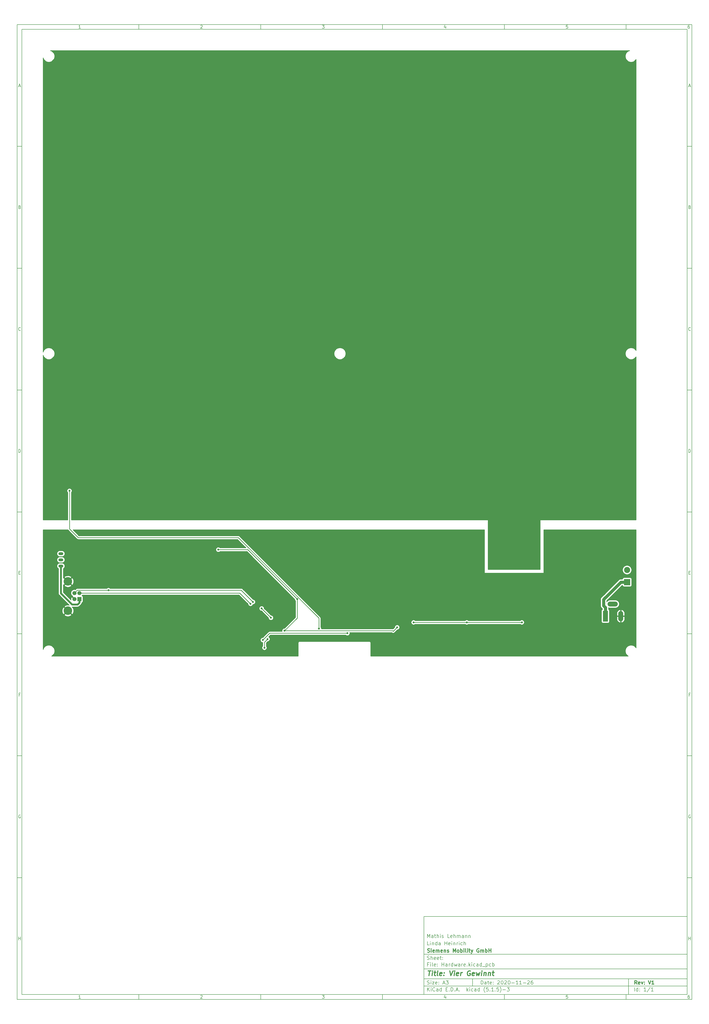
<source format=gbr>
G04 #@! TF.GenerationSoftware,KiCad,Pcbnew,(5.1.5)-3*
G04 #@! TF.CreationDate,2020-12-16T10:40:51+01:00*
G04 #@! TF.ProjectId,Hardware,48617264-7761-4726-952e-6b696361645f,V1*
G04 #@! TF.SameCoordinates,Original*
G04 #@! TF.FileFunction,Copper,L2,Bot*
G04 #@! TF.FilePolarity,Positive*
%FSLAX46Y46*%
G04 Gerber Fmt 4.6, Leading zero omitted, Abs format (unit mm)*
G04 Created by KiCad (PCBNEW (5.1.5)-3) date 2020-12-16 10:40:51*
%MOMM*%
%LPD*%
G04 APERTURE LIST*
%ADD10C,0.100000*%
%ADD11C,0.150000*%
%ADD12C,0.300000*%
%ADD13C,0.400000*%
%ADD14O,2.000000X1.200000*%
%ADD15R,2.000000X4.400000*%
%ADD16O,2.000000X4.200000*%
%ADD17O,4.200000X2.000000*%
%ADD18C,3.500000*%
%ADD19C,1.700000*%
%ADD20R,1.700000X1.700000*%
%ADD21C,2.500000*%
%ADD22R,2.500000X2.500000*%
%ADD23C,0.800000*%
%ADD24C,0.254000*%
%ADD25C,0.762000*%
%ADD26C,1.270000*%
G04 APERTURE END LIST*
D10*
D11*
X177002200Y-375989000D02*
X177002200Y-407989000D01*
X285002200Y-407989000D01*
X285002200Y-375989000D01*
X177002200Y-375989000D01*
D10*
D11*
X10000000Y-10000000D02*
X10000000Y-409989000D01*
X287002200Y-409989000D01*
X287002200Y-10000000D01*
X10000000Y-10000000D01*
D10*
D11*
X12000000Y-12000000D02*
X12000000Y-407989000D01*
X285002200Y-407989000D01*
X285002200Y-12000000D01*
X12000000Y-12000000D01*
D10*
D11*
X60000000Y-12000000D02*
X60000000Y-10000000D01*
D10*
D11*
X110000000Y-12000000D02*
X110000000Y-10000000D01*
D10*
D11*
X160000000Y-12000000D02*
X160000000Y-10000000D01*
D10*
D11*
X210000000Y-12000000D02*
X210000000Y-10000000D01*
D10*
D11*
X260000000Y-12000000D02*
X260000000Y-10000000D01*
D10*
D11*
X36065476Y-11588095D02*
X35322619Y-11588095D01*
X35694047Y-11588095D02*
X35694047Y-10288095D01*
X35570238Y-10473809D01*
X35446428Y-10597619D01*
X35322619Y-10659523D01*
D10*
D11*
X85322619Y-10411904D02*
X85384523Y-10350000D01*
X85508333Y-10288095D01*
X85817857Y-10288095D01*
X85941666Y-10350000D01*
X86003571Y-10411904D01*
X86065476Y-10535714D01*
X86065476Y-10659523D01*
X86003571Y-10845238D01*
X85260714Y-11588095D01*
X86065476Y-11588095D01*
D10*
D11*
X135260714Y-10288095D02*
X136065476Y-10288095D01*
X135632142Y-10783333D01*
X135817857Y-10783333D01*
X135941666Y-10845238D01*
X136003571Y-10907142D01*
X136065476Y-11030952D01*
X136065476Y-11340476D01*
X136003571Y-11464285D01*
X135941666Y-11526190D01*
X135817857Y-11588095D01*
X135446428Y-11588095D01*
X135322619Y-11526190D01*
X135260714Y-11464285D01*
D10*
D11*
X185941666Y-10721428D02*
X185941666Y-11588095D01*
X185632142Y-10226190D02*
X185322619Y-11154761D01*
X186127380Y-11154761D01*
D10*
D11*
X236003571Y-10288095D02*
X235384523Y-10288095D01*
X235322619Y-10907142D01*
X235384523Y-10845238D01*
X235508333Y-10783333D01*
X235817857Y-10783333D01*
X235941666Y-10845238D01*
X236003571Y-10907142D01*
X236065476Y-11030952D01*
X236065476Y-11340476D01*
X236003571Y-11464285D01*
X235941666Y-11526190D01*
X235817857Y-11588095D01*
X235508333Y-11588095D01*
X235384523Y-11526190D01*
X235322619Y-11464285D01*
D10*
D11*
X285941666Y-10288095D02*
X285694047Y-10288095D01*
X285570238Y-10350000D01*
X285508333Y-10411904D01*
X285384523Y-10597619D01*
X285322619Y-10845238D01*
X285322619Y-11340476D01*
X285384523Y-11464285D01*
X285446428Y-11526190D01*
X285570238Y-11588095D01*
X285817857Y-11588095D01*
X285941666Y-11526190D01*
X286003571Y-11464285D01*
X286065476Y-11340476D01*
X286065476Y-11030952D01*
X286003571Y-10907142D01*
X285941666Y-10845238D01*
X285817857Y-10783333D01*
X285570238Y-10783333D01*
X285446428Y-10845238D01*
X285384523Y-10907142D01*
X285322619Y-11030952D01*
D10*
D11*
X60000000Y-407989000D02*
X60000000Y-409989000D01*
D10*
D11*
X110000000Y-407989000D02*
X110000000Y-409989000D01*
D10*
D11*
X160000000Y-407989000D02*
X160000000Y-409989000D01*
D10*
D11*
X210000000Y-407989000D02*
X210000000Y-409989000D01*
D10*
D11*
X260000000Y-407989000D02*
X260000000Y-409989000D01*
D10*
D11*
X36065476Y-409577095D02*
X35322619Y-409577095D01*
X35694047Y-409577095D02*
X35694047Y-408277095D01*
X35570238Y-408462809D01*
X35446428Y-408586619D01*
X35322619Y-408648523D01*
D10*
D11*
X85322619Y-408400904D02*
X85384523Y-408339000D01*
X85508333Y-408277095D01*
X85817857Y-408277095D01*
X85941666Y-408339000D01*
X86003571Y-408400904D01*
X86065476Y-408524714D01*
X86065476Y-408648523D01*
X86003571Y-408834238D01*
X85260714Y-409577095D01*
X86065476Y-409577095D01*
D10*
D11*
X135260714Y-408277095D02*
X136065476Y-408277095D01*
X135632142Y-408772333D01*
X135817857Y-408772333D01*
X135941666Y-408834238D01*
X136003571Y-408896142D01*
X136065476Y-409019952D01*
X136065476Y-409329476D01*
X136003571Y-409453285D01*
X135941666Y-409515190D01*
X135817857Y-409577095D01*
X135446428Y-409577095D01*
X135322619Y-409515190D01*
X135260714Y-409453285D01*
D10*
D11*
X185941666Y-408710428D02*
X185941666Y-409577095D01*
X185632142Y-408215190D02*
X185322619Y-409143761D01*
X186127380Y-409143761D01*
D10*
D11*
X236003571Y-408277095D02*
X235384523Y-408277095D01*
X235322619Y-408896142D01*
X235384523Y-408834238D01*
X235508333Y-408772333D01*
X235817857Y-408772333D01*
X235941666Y-408834238D01*
X236003571Y-408896142D01*
X236065476Y-409019952D01*
X236065476Y-409329476D01*
X236003571Y-409453285D01*
X235941666Y-409515190D01*
X235817857Y-409577095D01*
X235508333Y-409577095D01*
X235384523Y-409515190D01*
X235322619Y-409453285D01*
D10*
D11*
X285941666Y-408277095D02*
X285694047Y-408277095D01*
X285570238Y-408339000D01*
X285508333Y-408400904D01*
X285384523Y-408586619D01*
X285322619Y-408834238D01*
X285322619Y-409329476D01*
X285384523Y-409453285D01*
X285446428Y-409515190D01*
X285570238Y-409577095D01*
X285817857Y-409577095D01*
X285941666Y-409515190D01*
X286003571Y-409453285D01*
X286065476Y-409329476D01*
X286065476Y-409019952D01*
X286003571Y-408896142D01*
X285941666Y-408834238D01*
X285817857Y-408772333D01*
X285570238Y-408772333D01*
X285446428Y-408834238D01*
X285384523Y-408896142D01*
X285322619Y-409019952D01*
D10*
D11*
X10000000Y-60000000D02*
X12000000Y-60000000D01*
D10*
D11*
X10000000Y-110000000D02*
X12000000Y-110000000D01*
D10*
D11*
X10000000Y-160000000D02*
X12000000Y-160000000D01*
D10*
D11*
X10000000Y-210000000D02*
X12000000Y-210000000D01*
D10*
D11*
X10000000Y-260000000D02*
X12000000Y-260000000D01*
D10*
D11*
X10000000Y-310000000D02*
X12000000Y-310000000D01*
D10*
D11*
X10000000Y-360000000D02*
X12000000Y-360000000D01*
D10*
D11*
X10690476Y-35216666D02*
X11309523Y-35216666D01*
X10566666Y-35588095D02*
X11000000Y-34288095D01*
X11433333Y-35588095D01*
D10*
D11*
X11092857Y-84907142D02*
X11278571Y-84969047D01*
X11340476Y-85030952D01*
X11402380Y-85154761D01*
X11402380Y-85340476D01*
X11340476Y-85464285D01*
X11278571Y-85526190D01*
X11154761Y-85588095D01*
X10659523Y-85588095D01*
X10659523Y-84288095D01*
X11092857Y-84288095D01*
X11216666Y-84350000D01*
X11278571Y-84411904D01*
X11340476Y-84535714D01*
X11340476Y-84659523D01*
X11278571Y-84783333D01*
X11216666Y-84845238D01*
X11092857Y-84907142D01*
X10659523Y-84907142D01*
D10*
D11*
X11402380Y-135464285D02*
X11340476Y-135526190D01*
X11154761Y-135588095D01*
X11030952Y-135588095D01*
X10845238Y-135526190D01*
X10721428Y-135402380D01*
X10659523Y-135278571D01*
X10597619Y-135030952D01*
X10597619Y-134845238D01*
X10659523Y-134597619D01*
X10721428Y-134473809D01*
X10845238Y-134350000D01*
X11030952Y-134288095D01*
X11154761Y-134288095D01*
X11340476Y-134350000D01*
X11402380Y-134411904D01*
D10*
D11*
X10659523Y-185588095D02*
X10659523Y-184288095D01*
X10969047Y-184288095D01*
X11154761Y-184350000D01*
X11278571Y-184473809D01*
X11340476Y-184597619D01*
X11402380Y-184845238D01*
X11402380Y-185030952D01*
X11340476Y-185278571D01*
X11278571Y-185402380D01*
X11154761Y-185526190D01*
X10969047Y-185588095D01*
X10659523Y-185588095D01*
D10*
D11*
X10721428Y-234907142D02*
X11154761Y-234907142D01*
X11340476Y-235588095D02*
X10721428Y-235588095D01*
X10721428Y-234288095D01*
X11340476Y-234288095D01*
D10*
D11*
X11185714Y-284907142D02*
X10752380Y-284907142D01*
X10752380Y-285588095D02*
X10752380Y-284288095D01*
X11371428Y-284288095D01*
D10*
D11*
X11340476Y-334350000D02*
X11216666Y-334288095D01*
X11030952Y-334288095D01*
X10845238Y-334350000D01*
X10721428Y-334473809D01*
X10659523Y-334597619D01*
X10597619Y-334845238D01*
X10597619Y-335030952D01*
X10659523Y-335278571D01*
X10721428Y-335402380D01*
X10845238Y-335526190D01*
X11030952Y-335588095D01*
X11154761Y-335588095D01*
X11340476Y-335526190D01*
X11402380Y-335464285D01*
X11402380Y-335030952D01*
X11154761Y-335030952D01*
D10*
D11*
X10628571Y-385588095D02*
X10628571Y-384288095D01*
X10628571Y-384907142D02*
X11371428Y-384907142D01*
X11371428Y-385588095D02*
X11371428Y-384288095D01*
D10*
D11*
X287002200Y-60000000D02*
X285002200Y-60000000D01*
D10*
D11*
X287002200Y-110000000D02*
X285002200Y-110000000D01*
D10*
D11*
X287002200Y-160000000D02*
X285002200Y-160000000D01*
D10*
D11*
X287002200Y-210000000D02*
X285002200Y-210000000D01*
D10*
D11*
X287002200Y-260000000D02*
X285002200Y-260000000D01*
D10*
D11*
X287002200Y-310000000D02*
X285002200Y-310000000D01*
D10*
D11*
X287002200Y-360000000D02*
X285002200Y-360000000D01*
D10*
D11*
X285692676Y-35216666D02*
X286311723Y-35216666D01*
X285568866Y-35588095D02*
X286002200Y-34288095D01*
X286435533Y-35588095D01*
D10*
D11*
X286095057Y-84907142D02*
X286280771Y-84969047D01*
X286342676Y-85030952D01*
X286404580Y-85154761D01*
X286404580Y-85340476D01*
X286342676Y-85464285D01*
X286280771Y-85526190D01*
X286156961Y-85588095D01*
X285661723Y-85588095D01*
X285661723Y-84288095D01*
X286095057Y-84288095D01*
X286218866Y-84350000D01*
X286280771Y-84411904D01*
X286342676Y-84535714D01*
X286342676Y-84659523D01*
X286280771Y-84783333D01*
X286218866Y-84845238D01*
X286095057Y-84907142D01*
X285661723Y-84907142D01*
D10*
D11*
X286404580Y-135464285D02*
X286342676Y-135526190D01*
X286156961Y-135588095D01*
X286033152Y-135588095D01*
X285847438Y-135526190D01*
X285723628Y-135402380D01*
X285661723Y-135278571D01*
X285599819Y-135030952D01*
X285599819Y-134845238D01*
X285661723Y-134597619D01*
X285723628Y-134473809D01*
X285847438Y-134350000D01*
X286033152Y-134288095D01*
X286156961Y-134288095D01*
X286342676Y-134350000D01*
X286404580Y-134411904D01*
D10*
D11*
X285661723Y-185588095D02*
X285661723Y-184288095D01*
X285971247Y-184288095D01*
X286156961Y-184350000D01*
X286280771Y-184473809D01*
X286342676Y-184597619D01*
X286404580Y-184845238D01*
X286404580Y-185030952D01*
X286342676Y-185278571D01*
X286280771Y-185402380D01*
X286156961Y-185526190D01*
X285971247Y-185588095D01*
X285661723Y-185588095D01*
D10*
D11*
X285723628Y-234907142D02*
X286156961Y-234907142D01*
X286342676Y-235588095D02*
X285723628Y-235588095D01*
X285723628Y-234288095D01*
X286342676Y-234288095D01*
D10*
D11*
X286187914Y-284907142D02*
X285754580Y-284907142D01*
X285754580Y-285588095D02*
X285754580Y-284288095D01*
X286373628Y-284288095D01*
D10*
D11*
X286342676Y-334350000D02*
X286218866Y-334288095D01*
X286033152Y-334288095D01*
X285847438Y-334350000D01*
X285723628Y-334473809D01*
X285661723Y-334597619D01*
X285599819Y-334845238D01*
X285599819Y-335030952D01*
X285661723Y-335278571D01*
X285723628Y-335402380D01*
X285847438Y-335526190D01*
X286033152Y-335588095D01*
X286156961Y-335588095D01*
X286342676Y-335526190D01*
X286404580Y-335464285D01*
X286404580Y-335030952D01*
X286156961Y-335030952D01*
D10*
D11*
X285630771Y-385588095D02*
X285630771Y-384288095D01*
X285630771Y-384907142D02*
X286373628Y-384907142D01*
X286373628Y-385588095D02*
X286373628Y-384288095D01*
D10*
D11*
X200434342Y-403767571D02*
X200434342Y-402267571D01*
X200791485Y-402267571D01*
X201005771Y-402339000D01*
X201148628Y-402481857D01*
X201220057Y-402624714D01*
X201291485Y-402910428D01*
X201291485Y-403124714D01*
X201220057Y-403410428D01*
X201148628Y-403553285D01*
X201005771Y-403696142D01*
X200791485Y-403767571D01*
X200434342Y-403767571D01*
X202577200Y-403767571D02*
X202577200Y-402981857D01*
X202505771Y-402839000D01*
X202362914Y-402767571D01*
X202077200Y-402767571D01*
X201934342Y-402839000D01*
X202577200Y-403696142D02*
X202434342Y-403767571D01*
X202077200Y-403767571D01*
X201934342Y-403696142D01*
X201862914Y-403553285D01*
X201862914Y-403410428D01*
X201934342Y-403267571D01*
X202077200Y-403196142D01*
X202434342Y-403196142D01*
X202577200Y-403124714D01*
X203077200Y-402767571D02*
X203648628Y-402767571D01*
X203291485Y-402267571D02*
X203291485Y-403553285D01*
X203362914Y-403696142D01*
X203505771Y-403767571D01*
X203648628Y-403767571D01*
X204720057Y-403696142D02*
X204577200Y-403767571D01*
X204291485Y-403767571D01*
X204148628Y-403696142D01*
X204077200Y-403553285D01*
X204077200Y-402981857D01*
X204148628Y-402839000D01*
X204291485Y-402767571D01*
X204577200Y-402767571D01*
X204720057Y-402839000D01*
X204791485Y-402981857D01*
X204791485Y-403124714D01*
X204077200Y-403267571D01*
X205434342Y-403624714D02*
X205505771Y-403696142D01*
X205434342Y-403767571D01*
X205362914Y-403696142D01*
X205434342Y-403624714D01*
X205434342Y-403767571D01*
X205434342Y-402839000D02*
X205505771Y-402910428D01*
X205434342Y-402981857D01*
X205362914Y-402910428D01*
X205434342Y-402839000D01*
X205434342Y-402981857D01*
X207220057Y-402410428D02*
X207291485Y-402339000D01*
X207434342Y-402267571D01*
X207791485Y-402267571D01*
X207934342Y-402339000D01*
X208005771Y-402410428D01*
X208077200Y-402553285D01*
X208077200Y-402696142D01*
X208005771Y-402910428D01*
X207148628Y-403767571D01*
X208077200Y-403767571D01*
X209005771Y-402267571D02*
X209148628Y-402267571D01*
X209291485Y-402339000D01*
X209362914Y-402410428D01*
X209434342Y-402553285D01*
X209505771Y-402839000D01*
X209505771Y-403196142D01*
X209434342Y-403481857D01*
X209362914Y-403624714D01*
X209291485Y-403696142D01*
X209148628Y-403767571D01*
X209005771Y-403767571D01*
X208862914Y-403696142D01*
X208791485Y-403624714D01*
X208720057Y-403481857D01*
X208648628Y-403196142D01*
X208648628Y-402839000D01*
X208720057Y-402553285D01*
X208791485Y-402410428D01*
X208862914Y-402339000D01*
X209005771Y-402267571D01*
X210077200Y-402410428D02*
X210148628Y-402339000D01*
X210291485Y-402267571D01*
X210648628Y-402267571D01*
X210791485Y-402339000D01*
X210862914Y-402410428D01*
X210934342Y-402553285D01*
X210934342Y-402696142D01*
X210862914Y-402910428D01*
X210005771Y-403767571D01*
X210934342Y-403767571D01*
X211862914Y-402267571D02*
X212005771Y-402267571D01*
X212148628Y-402339000D01*
X212220057Y-402410428D01*
X212291485Y-402553285D01*
X212362914Y-402839000D01*
X212362914Y-403196142D01*
X212291485Y-403481857D01*
X212220057Y-403624714D01*
X212148628Y-403696142D01*
X212005771Y-403767571D01*
X211862914Y-403767571D01*
X211720057Y-403696142D01*
X211648628Y-403624714D01*
X211577200Y-403481857D01*
X211505771Y-403196142D01*
X211505771Y-402839000D01*
X211577200Y-402553285D01*
X211648628Y-402410428D01*
X211720057Y-402339000D01*
X211862914Y-402267571D01*
X213005771Y-403196142D02*
X214148628Y-403196142D01*
X215648628Y-403767571D02*
X214791485Y-403767571D01*
X215220057Y-403767571D02*
X215220057Y-402267571D01*
X215077200Y-402481857D01*
X214934342Y-402624714D01*
X214791485Y-402696142D01*
X217077200Y-403767571D02*
X216220057Y-403767571D01*
X216648628Y-403767571D02*
X216648628Y-402267571D01*
X216505771Y-402481857D01*
X216362914Y-402624714D01*
X216220057Y-402696142D01*
X217720057Y-403196142D02*
X218862914Y-403196142D01*
X219505771Y-402410428D02*
X219577200Y-402339000D01*
X219720057Y-402267571D01*
X220077200Y-402267571D01*
X220220057Y-402339000D01*
X220291485Y-402410428D01*
X220362914Y-402553285D01*
X220362914Y-402696142D01*
X220291485Y-402910428D01*
X219434342Y-403767571D01*
X220362914Y-403767571D01*
X221648628Y-402267571D02*
X221362914Y-402267571D01*
X221220057Y-402339000D01*
X221148628Y-402410428D01*
X221005771Y-402624714D01*
X220934342Y-402910428D01*
X220934342Y-403481857D01*
X221005771Y-403624714D01*
X221077200Y-403696142D01*
X221220057Y-403767571D01*
X221505771Y-403767571D01*
X221648628Y-403696142D01*
X221720057Y-403624714D01*
X221791485Y-403481857D01*
X221791485Y-403124714D01*
X221720057Y-402981857D01*
X221648628Y-402910428D01*
X221505771Y-402839000D01*
X221220057Y-402839000D01*
X221077200Y-402910428D01*
X221005771Y-402981857D01*
X220934342Y-403124714D01*
D10*
D11*
X177002200Y-404489000D02*
X285002200Y-404489000D01*
D10*
D11*
X178434342Y-406567571D02*
X178434342Y-405067571D01*
X179291485Y-406567571D02*
X178648628Y-405710428D01*
X179291485Y-405067571D02*
X178434342Y-405924714D01*
X179934342Y-406567571D02*
X179934342Y-405567571D01*
X179934342Y-405067571D02*
X179862914Y-405139000D01*
X179934342Y-405210428D01*
X180005771Y-405139000D01*
X179934342Y-405067571D01*
X179934342Y-405210428D01*
X181505771Y-406424714D02*
X181434342Y-406496142D01*
X181220057Y-406567571D01*
X181077200Y-406567571D01*
X180862914Y-406496142D01*
X180720057Y-406353285D01*
X180648628Y-406210428D01*
X180577200Y-405924714D01*
X180577200Y-405710428D01*
X180648628Y-405424714D01*
X180720057Y-405281857D01*
X180862914Y-405139000D01*
X181077200Y-405067571D01*
X181220057Y-405067571D01*
X181434342Y-405139000D01*
X181505771Y-405210428D01*
X182791485Y-406567571D02*
X182791485Y-405781857D01*
X182720057Y-405639000D01*
X182577200Y-405567571D01*
X182291485Y-405567571D01*
X182148628Y-405639000D01*
X182791485Y-406496142D02*
X182648628Y-406567571D01*
X182291485Y-406567571D01*
X182148628Y-406496142D01*
X182077200Y-406353285D01*
X182077200Y-406210428D01*
X182148628Y-406067571D01*
X182291485Y-405996142D01*
X182648628Y-405996142D01*
X182791485Y-405924714D01*
X184148628Y-406567571D02*
X184148628Y-405067571D01*
X184148628Y-406496142D02*
X184005771Y-406567571D01*
X183720057Y-406567571D01*
X183577200Y-406496142D01*
X183505771Y-406424714D01*
X183434342Y-406281857D01*
X183434342Y-405853285D01*
X183505771Y-405710428D01*
X183577200Y-405639000D01*
X183720057Y-405567571D01*
X184005771Y-405567571D01*
X184148628Y-405639000D01*
X186005771Y-405781857D02*
X186505771Y-405781857D01*
X186720057Y-406567571D02*
X186005771Y-406567571D01*
X186005771Y-405067571D01*
X186720057Y-405067571D01*
X187362914Y-406424714D02*
X187434342Y-406496142D01*
X187362914Y-406567571D01*
X187291485Y-406496142D01*
X187362914Y-406424714D01*
X187362914Y-406567571D01*
X188077200Y-406567571D02*
X188077200Y-405067571D01*
X188434342Y-405067571D01*
X188648628Y-405139000D01*
X188791485Y-405281857D01*
X188862914Y-405424714D01*
X188934342Y-405710428D01*
X188934342Y-405924714D01*
X188862914Y-406210428D01*
X188791485Y-406353285D01*
X188648628Y-406496142D01*
X188434342Y-406567571D01*
X188077200Y-406567571D01*
X189577200Y-406424714D02*
X189648628Y-406496142D01*
X189577200Y-406567571D01*
X189505771Y-406496142D01*
X189577200Y-406424714D01*
X189577200Y-406567571D01*
X190220057Y-406139000D02*
X190934342Y-406139000D01*
X190077200Y-406567571D02*
X190577200Y-405067571D01*
X191077200Y-406567571D01*
X191577200Y-406424714D02*
X191648628Y-406496142D01*
X191577200Y-406567571D01*
X191505771Y-406496142D01*
X191577200Y-406424714D01*
X191577200Y-406567571D01*
X194577200Y-406567571D02*
X194577200Y-405067571D01*
X194720057Y-405996142D02*
X195148628Y-406567571D01*
X195148628Y-405567571D02*
X194577200Y-406139000D01*
X195791485Y-406567571D02*
X195791485Y-405567571D01*
X195791485Y-405067571D02*
X195720057Y-405139000D01*
X195791485Y-405210428D01*
X195862914Y-405139000D01*
X195791485Y-405067571D01*
X195791485Y-405210428D01*
X197148628Y-406496142D02*
X197005771Y-406567571D01*
X196720057Y-406567571D01*
X196577200Y-406496142D01*
X196505771Y-406424714D01*
X196434342Y-406281857D01*
X196434342Y-405853285D01*
X196505771Y-405710428D01*
X196577200Y-405639000D01*
X196720057Y-405567571D01*
X197005771Y-405567571D01*
X197148628Y-405639000D01*
X198434342Y-406567571D02*
X198434342Y-405781857D01*
X198362914Y-405639000D01*
X198220057Y-405567571D01*
X197934342Y-405567571D01*
X197791485Y-405639000D01*
X198434342Y-406496142D02*
X198291485Y-406567571D01*
X197934342Y-406567571D01*
X197791485Y-406496142D01*
X197720057Y-406353285D01*
X197720057Y-406210428D01*
X197791485Y-406067571D01*
X197934342Y-405996142D01*
X198291485Y-405996142D01*
X198434342Y-405924714D01*
X199791485Y-406567571D02*
X199791485Y-405067571D01*
X199791485Y-406496142D02*
X199648628Y-406567571D01*
X199362914Y-406567571D01*
X199220057Y-406496142D01*
X199148628Y-406424714D01*
X199077200Y-406281857D01*
X199077200Y-405853285D01*
X199148628Y-405710428D01*
X199220057Y-405639000D01*
X199362914Y-405567571D01*
X199648628Y-405567571D01*
X199791485Y-405639000D01*
X202077200Y-407139000D02*
X202005771Y-407067571D01*
X201862914Y-406853285D01*
X201791485Y-406710428D01*
X201720057Y-406496142D01*
X201648628Y-406139000D01*
X201648628Y-405853285D01*
X201720057Y-405496142D01*
X201791485Y-405281857D01*
X201862914Y-405139000D01*
X202005771Y-404924714D01*
X202077200Y-404853285D01*
X203362914Y-405067571D02*
X202648628Y-405067571D01*
X202577200Y-405781857D01*
X202648628Y-405710428D01*
X202791485Y-405639000D01*
X203148628Y-405639000D01*
X203291485Y-405710428D01*
X203362914Y-405781857D01*
X203434342Y-405924714D01*
X203434342Y-406281857D01*
X203362914Y-406424714D01*
X203291485Y-406496142D01*
X203148628Y-406567571D01*
X202791485Y-406567571D01*
X202648628Y-406496142D01*
X202577200Y-406424714D01*
X204077200Y-406424714D02*
X204148628Y-406496142D01*
X204077200Y-406567571D01*
X204005771Y-406496142D01*
X204077200Y-406424714D01*
X204077200Y-406567571D01*
X205577200Y-406567571D02*
X204720057Y-406567571D01*
X205148628Y-406567571D02*
X205148628Y-405067571D01*
X205005771Y-405281857D01*
X204862914Y-405424714D01*
X204720057Y-405496142D01*
X206220057Y-406424714D02*
X206291485Y-406496142D01*
X206220057Y-406567571D01*
X206148628Y-406496142D01*
X206220057Y-406424714D01*
X206220057Y-406567571D01*
X207648628Y-405067571D02*
X206934342Y-405067571D01*
X206862914Y-405781857D01*
X206934342Y-405710428D01*
X207077200Y-405639000D01*
X207434342Y-405639000D01*
X207577200Y-405710428D01*
X207648628Y-405781857D01*
X207720057Y-405924714D01*
X207720057Y-406281857D01*
X207648628Y-406424714D01*
X207577200Y-406496142D01*
X207434342Y-406567571D01*
X207077200Y-406567571D01*
X206934342Y-406496142D01*
X206862914Y-406424714D01*
X208220057Y-407139000D02*
X208291485Y-407067571D01*
X208434342Y-406853285D01*
X208505771Y-406710428D01*
X208577200Y-406496142D01*
X208648628Y-406139000D01*
X208648628Y-405853285D01*
X208577200Y-405496142D01*
X208505771Y-405281857D01*
X208434342Y-405139000D01*
X208291485Y-404924714D01*
X208220057Y-404853285D01*
X209362914Y-405996142D02*
X210505771Y-405996142D01*
X211077200Y-405067571D02*
X212005771Y-405067571D01*
X211505771Y-405639000D01*
X211720057Y-405639000D01*
X211862914Y-405710428D01*
X211934342Y-405781857D01*
X212005771Y-405924714D01*
X212005771Y-406281857D01*
X211934342Y-406424714D01*
X211862914Y-406496142D01*
X211720057Y-406567571D01*
X211291485Y-406567571D01*
X211148628Y-406496142D01*
X211077200Y-406424714D01*
D10*
D11*
X177002200Y-401489000D02*
X285002200Y-401489000D01*
D10*
D12*
X264411485Y-403767571D02*
X263911485Y-403053285D01*
X263554342Y-403767571D02*
X263554342Y-402267571D01*
X264125771Y-402267571D01*
X264268628Y-402339000D01*
X264340057Y-402410428D01*
X264411485Y-402553285D01*
X264411485Y-402767571D01*
X264340057Y-402910428D01*
X264268628Y-402981857D01*
X264125771Y-403053285D01*
X263554342Y-403053285D01*
X265625771Y-403696142D02*
X265482914Y-403767571D01*
X265197200Y-403767571D01*
X265054342Y-403696142D01*
X264982914Y-403553285D01*
X264982914Y-402981857D01*
X265054342Y-402839000D01*
X265197200Y-402767571D01*
X265482914Y-402767571D01*
X265625771Y-402839000D01*
X265697200Y-402981857D01*
X265697200Y-403124714D01*
X264982914Y-403267571D01*
X266197200Y-402767571D02*
X266554342Y-403767571D01*
X266911485Y-402767571D01*
X267482914Y-403624714D02*
X267554342Y-403696142D01*
X267482914Y-403767571D01*
X267411485Y-403696142D01*
X267482914Y-403624714D01*
X267482914Y-403767571D01*
X267482914Y-402839000D02*
X267554342Y-402910428D01*
X267482914Y-402981857D01*
X267411485Y-402910428D01*
X267482914Y-402839000D01*
X267482914Y-402981857D01*
X269125771Y-402267571D02*
X269625771Y-403767571D01*
X270125771Y-402267571D01*
X271411485Y-403767571D02*
X270554342Y-403767571D01*
X270982914Y-403767571D02*
X270982914Y-402267571D01*
X270840057Y-402481857D01*
X270697200Y-402624714D01*
X270554342Y-402696142D01*
D10*
D11*
X178362914Y-403696142D02*
X178577200Y-403767571D01*
X178934342Y-403767571D01*
X179077200Y-403696142D01*
X179148628Y-403624714D01*
X179220057Y-403481857D01*
X179220057Y-403339000D01*
X179148628Y-403196142D01*
X179077200Y-403124714D01*
X178934342Y-403053285D01*
X178648628Y-402981857D01*
X178505771Y-402910428D01*
X178434342Y-402839000D01*
X178362914Y-402696142D01*
X178362914Y-402553285D01*
X178434342Y-402410428D01*
X178505771Y-402339000D01*
X178648628Y-402267571D01*
X179005771Y-402267571D01*
X179220057Y-402339000D01*
X179862914Y-403767571D02*
X179862914Y-402767571D01*
X179862914Y-402267571D02*
X179791485Y-402339000D01*
X179862914Y-402410428D01*
X179934342Y-402339000D01*
X179862914Y-402267571D01*
X179862914Y-402410428D01*
X180434342Y-402767571D02*
X181220057Y-402767571D01*
X180434342Y-403767571D01*
X181220057Y-403767571D01*
X182362914Y-403696142D02*
X182220057Y-403767571D01*
X181934342Y-403767571D01*
X181791485Y-403696142D01*
X181720057Y-403553285D01*
X181720057Y-402981857D01*
X181791485Y-402839000D01*
X181934342Y-402767571D01*
X182220057Y-402767571D01*
X182362914Y-402839000D01*
X182434342Y-402981857D01*
X182434342Y-403124714D01*
X181720057Y-403267571D01*
X183077200Y-403624714D02*
X183148628Y-403696142D01*
X183077200Y-403767571D01*
X183005771Y-403696142D01*
X183077200Y-403624714D01*
X183077200Y-403767571D01*
X183077200Y-402839000D02*
X183148628Y-402910428D01*
X183077200Y-402981857D01*
X183005771Y-402910428D01*
X183077200Y-402839000D01*
X183077200Y-402981857D01*
X184862914Y-403339000D02*
X185577200Y-403339000D01*
X184720057Y-403767571D02*
X185220057Y-402267571D01*
X185720057Y-403767571D01*
X186077200Y-402267571D02*
X187005771Y-402267571D01*
X186505771Y-402839000D01*
X186720057Y-402839000D01*
X186862914Y-402910428D01*
X186934342Y-402981857D01*
X187005771Y-403124714D01*
X187005771Y-403481857D01*
X186934342Y-403624714D01*
X186862914Y-403696142D01*
X186720057Y-403767571D01*
X186291485Y-403767571D01*
X186148628Y-403696142D01*
X186077200Y-403624714D01*
D10*
D11*
X263434342Y-406567571D02*
X263434342Y-405067571D01*
X264791485Y-406567571D02*
X264791485Y-405067571D01*
X264791485Y-406496142D02*
X264648628Y-406567571D01*
X264362914Y-406567571D01*
X264220057Y-406496142D01*
X264148628Y-406424714D01*
X264077200Y-406281857D01*
X264077200Y-405853285D01*
X264148628Y-405710428D01*
X264220057Y-405639000D01*
X264362914Y-405567571D01*
X264648628Y-405567571D01*
X264791485Y-405639000D01*
X265505771Y-406424714D02*
X265577200Y-406496142D01*
X265505771Y-406567571D01*
X265434342Y-406496142D01*
X265505771Y-406424714D01*
X265505771Y-406567571D01*
X265505771Y-405639000D02*
X265577200Y-405710428D01*
X265505771Y-405781857D01*
X265434342Y-405710428D01*
X265505771Y-405639000D01*
X265505771Y-405781857D01*
X268148628Y-406567571D02*
X267291485Y-406567571D01*
X267720057Y-406567571D02*
X267720057Y-405067571D01*
X267577200Y-405281857D01*
X267434342Y-405424714D01*
X267291485Y-405496142D01*
X269862914Y-404996142D02*
X268577200Y-406924714D01*
X271148628Y-406567571D02*
X270291485Y-406567571D01*
X270720057Y-406567571D02*
X270720057Y-405067571D01*
X270577200Y-405281857D01*
X270434342Y-405424714D01*
X270291485Y-405496142D01*
D10*
D11*
X177002200Y-397489000D02*
X285002200Y-397489000D01*
D10*
D13*
X178714580Y-398193761D02*
X179857438Y-398193761D01*
X179036009Y-400193761D02*
X179286009Y-398193761D01*
X180274104Y-400193761D02*
X180440771Y-398860428D01*
X180524104Y-398193761D02*
X180416961Y-398289000D01*
X180500295Y-398384238D01*
X180607438Y-398289000D01*
X180524104Y-398193761D01*
X180500295Y-398384238D01*
X181107438Y-398860428D02*
X181869342Y-398860428D01*
X181476485Y-398193761D02*
X181262200Y-399908047D01*
X181333628Y-400098523D01*
X181512200Y-400193761D01*
X181702676Y-400193761D01*
X182655057Y-400193761D02*
X182476485Y-400098523D01*
X182405057Y-399908047D01*
X182619342Y-398193761D01*
X184190771Y-400098523D02*
X183988390Y-400193761D01*
X183607438Y-400193761D01*
X183428866Y-400098523D01*
X183357438Y-399908047D01*
X183452676Y-399146142D01*
X183571723Y-398955666D01*
X183774104Y-398860428D01*
X184155057Y-398860428D01*
X184333628Y-398955666D01*
X184405057Y-399146142D01*
X184381247Y-399336619D01*
X183405057Y-399527095D01*
X185155057Y-400003285D02*
X185238390Y-400098523D01*
X185131247Y-400193761D01*
X185047914Y-400098523D01*
X185155057Y-400003285D01*
X185131247Y-400193761D01*
X185286009Y-398955666D02*
X185369342Y-399050904D01*
X185262200Y-399146142D01*
X185178866Y-399050904D01*
X185286009Y-398955666D01*
X185262200Y-399146142D01*
X187571723Y-398193761D02*
X187988390Y-400193761D01*
X188905057Y-398193761D01*
X189321723Y-400193761D02*
X189488390Y-398860428D01*
X189571723Y-398193761D02*
X189464580Y-398289000D01*
X189547914Y-398384238D01*
X189655057Y-398289000D01*
X189571723Y-398193761D01*
X189547914Y-398384238D01*
X191047914Y-400098523D02*
X190845533Y-400193761D01*
X190464580Y-400193761D01*
X190286009Y-400098523D01*
X190214580Y-399908047D01*
X190309819Y-399146142D01*
X190428866Y-398955666D01*
X190631247Y-398860428D01*
X191012200Y-398860428D01*
X191190771Y-398955666D01*
X191262200Y-399146142D01*
X191238390Y-399336619D01*
X190262200Y-399527095D01*
X191988390Y-400193761D02*
X192155057Y-398860428D01*
X192107438Y-399241380D02*
X192226485Y-399050904D01*
X192333628Y-398955666D01*
X192536009Y-398860428D01*
X192726485Y-398860428D01*
X196036009Y-398289000D02*
X195857438Y-398193761D01*
X195571723Y-398193761D01*
X195274104Y-398289000D01*
X195059819Y-398479476D01*
X194940771Y-398669952D01*
X194797914Y-399050904D01*
X194762200Y-399336619D01*
X194809819Y-399717571D01*
X194881247Y-399908047D01*
X195047914Y-400098523D01*
X195321723Y-400193761D01*
X195512200Y-400193761D01*
X195809819Y-400098523D01*
X195916961Y-400003285D01*
X196000295Y-399336619D01*
X195619342Y-399336619D01*
X197524104Y-400098523D02*
X197321723Y-400193761D01*
X196940771Y-400193761D01*
X196762200Y-400098523D01*
X196690771Y-399908047D01*
X196786009Y-399146142D01*
X196905057Y-398955666D01*
X197107438Y-398860428D01*
X197488390Y-398860428D01*
X197666961Y-398955666D01*
X197738390Y-399146142D01*
X197714580Y-399336619D01*
X196738390Y-399527095D01*
X198440771Y-398860428D02*
X198655057Y-400193761D01*
X199155057Y-399241380D01*
X199416961Y-400193761D01*
X199964580Y-398860428D01*
X200559819Y-400193761D02*
X200726485Y-398860428D01*
X200809819Y-398193761D02*
X200702676Y-398289000D01*
X200786009Y-398384238D01*
X200893152Y-398289000D01*
X200809819Y-398193761D01*
X200786009Y-398384238D01*
X201678866Y-398860428D02*
X201512200Y-400193761D01*
X201655057Y-399050904D02*
X201762200Y-398955666D01*
X201964580Y-398860428D01*
X202250295Y-398860428D01*
X202428866Y-398955666D01*
X202500295Y-399146142D01*
X202369342Y-400193761D01*
X203488390Y-398860428D02*
X203321723Y-400193761D01*
X203464580Y-399050904D02*
X203571723Y-398955666D01*
X203774104Y-398860428D01*
X204059819Y-398860428D01*
X204238390Y-398955666D01*
X204309819Y-399146142D01*
X204178866Y-400193761D01*
X205012200Y-398860428D02*
X205774104Y-398860428D01*
X205381247Y-398193761D02*
X205166961Y-399908047D01*
X205238390Y-400098523D01*
X205416961Y-400193761D01*
X205607438Y-400193761D01*
D10*
D11*
X178934342Y-395581857D02*
X178434342Y-395581857D01*
X178434342Y-396367571D02*
X178434342Y-394867571D01*
X179148628Y-394867571D01*
X179720057Y-396367571D02*
X179720057Y-395367571D01*
X179720057Y-394867571D02*
X179648628Y-394939000D01*
X179720057Y-395010428D01*
X179791485Y-394939000D01*
X179720057Y-394867571D01*
X179720057Y-395010428D01*
X180648628Y-396367571D02*
X180505771Y-396296142D01*
X180434342Y-396153285D01*
X180434342Y-394867571D01*
X181791485Y-396296142D02*
X181648628Y-396367571D01*
X181362914Y-396367571D01*
X181220057Y-396296142D01*
X181148628Y-396153285D01*
X181148628Y-395581857D01*
X181220057Y-395439000D01*
X181362914Y-395367571D01*
X181648628Y-395367571D01*
X181791485Y-395439000D01*
X181862914Y-395581857D01*
X181862914Y-395724714D01*
X181148628Y-395867571D01*
X182505771Y-396224714D02*
X182577200Y-396296142D01*
X182505771Y-396367571D01*
X182434342Y-396296142D01*
X182505771Y-396224714D01*
X182505771Y-396367571D01*
X182505771Y-395439000D02*
X182577200Y-395510428D01*
X182505771Y-395581857D01*
X182434342Y-395510428D01*
X182505771Y-395439000D01*
X182505771Y-395581857D01*
X184362914Y-396367571D02*
X184362914Y-394867571D01*
X184362914Y-395581857D02*
X185220057Y-395581857D01*
X185220057Y-396367571D02*
X185220057Y-394867571D01*
X186577200Y-396367571D02*
X186577200Y-395581857D01*
X186505771Y-395439000D01*
X186362914Y-395367571D01*
X186077200Y-395367571D01*
X185934342Y-395439000D01*
X186577200Y-396296142D02*
X186434342Y-396367571D01*
X186077200Y-396367571D01*
X185934342Y-396296142D01*
X185862914Y-396153285D01*
X185862914Y-396010428D01*
X185934342Y-395867571D01*
X186077200Y-395796142D01*
X186434342Y-395796142D01*
X186577200Y-395724714D01*
X187291485Y-396367571D02*
X187291485Y-395367571D01*
X187291485Y-395653285D02*
X187362914Y-395510428D01*
X187434342Y-395439000D01*
X187577200Y-395367571D01*
X187720057Y-395367571D01*
X188862914Y-396367571D02*
X188862914Y-394867571D01*
X188862914Y-396296142D02*
X188720057Y-396367571D01*
X188434342Y-396367571D01*
X188291485Y-396296142D01*
X188220057Y-396224714D01*
X188148628Y-396081857D01*
X188148628Y-395653285D01*
X188220057Y-395510428D01*
X188291485Y-395439000D01*
X188434342Y-395367571D01*
X188720057Y-395367571D01*
X188862914Y-395439000D01*
X189434342Y-395367571D02*
X189720057Y-396367571D01*
X190005771Y-395653285D01*
X190291485Y-396367571D01*
X190577200Y-395367571D01*
X191791485Y-396367571D02*
X191791485Y-395581857D01*
X191720057Y-395439000D01*
X191577200Y-395367571D01*
X191291485Y-395367571D01*
X191148628Y-395439000D01*
X191791485Y-396296142D02*
X191648628Y-396367571D01*
X191291485Y-396367571D01*
X191148628Y-396296142D01*
X191077200Y-396153285D01*
X191077200Y-396010428D01*
X191148628Y-395867571D01*
X191291485Y-395796142D01*
X191648628Y-395796142D01*
X191791485Y-395724714D01*
X192505771Y-396367571D02*
X192505771Y-395367571D01*
X192505771Y-395653285D02*
X192577200Y-395510428D01*
X192648628Y-395439000D01*
X192791485Y-395367571D01*
X192934342Y-395367571D01*
X194005771Y-396296142D02*
X193862914Y-396367571D01*
X193577200Y-396367571D01*
X193434342Y-396296142D01*
X193362914Y-396153285D01*
X193362914Y-395581857D01*
X193434342Y-395439000D01*
X193577200Y-395367571D01*
X193862914Y-395367571D01*
X194005771Y-395439000D01*
X194077200Y-395581857D01*
X194077200Y-395724714D01*
X193362914Y-395867571D01*
X194720057Y-396224714D02*
X194791485Y-396296142D01*
X194720057Y-396367571D01*
X194648628Y-396296142D01*
X194720057Y-396224714D01*
X194720057Y-396367571D01*
X195434342Y-396367571D02*
X195434342Y-394867571D01*
X195577200Y-395796142D02*
X196005771Y-396367571D01*
X196005771Y-395367571D02*
X195434342Y-395939000D01*
X196648628Y-396367571D02*
X196648628Y-395367571D01*
X196648628Y-394867571D02*
X196577200Y-394939000D01*
X196648628Y-395010428D01*
X196720057Y-394939000D01*
X196648628Y-394867571D01*
X196648628Y-395010428D01*
X198005771Y-396296142D02*
X197862914Y-396367571D01*
X197577200Y-396367571D01*
X197434342Y-396296142D01*
X197362914Y-396224714D01*
X197291485Y-396081857D01*
X197291485Y-395653285D01*
X197362914Y-395510428D01*
X197434342Y-395439000D01*
X197577200Y-395367571D01*
X197862914Y-395367571D01*
X198005771Y-395439000D01*
X199291485Y-396367571D02*
X199291485Y-395581857D01*
X199220057Y-395439000D01*
X199077200Y-395367571D01*
X198791485Y-395367571D01*
X198648628Y-395439000D01*
X199291485Y-396296142D02*
X199148628Y-396367571D01*
X198791485Y-396367571D01*
X198648628Y-396296142D01*
X198577200Y-396153285D01*
X198577200Y-396010428D01*
X198648628Y-395867571D01*
X198791485Y-395796142D01*
X199148628Y-395796142D01*
X199291485Y-395724714D01*
X200648628Y-396367571D02*
X200648628Y-394867571D01*
X200648628Y-396296142D02*
X200505771Y-396367571D01*
X200220057Y-396367571D01*
X200077200Y-396296142D01*
X200005771Y-396224714D01*
X199934342Y-396081857D01*
X199934342Y-395653285D01*
X200005771Y-395510428D01*
X200077200Y-395439000D01*
X200220057Y-395367571D01*
X200505771Y-395367571D01*
X200648628Y-395439000D01*
X201005771Y-396510428D02*
X202148628Y-396510428D01*
X202505771Y-395367571D02*
X202505771Y-396867571D01*
X202505771Y-395439000D02*
X202648628Y-395367571D01*
X202934342Y-395367571D01*
X203077200Y-395439000D01*
X203148628Y-395510428D01*
X203220057Y-395653285D01*
X203220057Y-396081857D01*
X203148628Y-396224714D01*
X203077200Y-396296142D01*
X202934342Y-396367571D01*
X202648628Y-396367571D01*
X202505771Y-396296142D01*
X204505771Y-396296142D02*
X204362914Y-396367571D01*
X204077200Y-396367571D01*
X203934342Y-396296142D01*
X203862914Y-396224714D01*
X203791485Y-396081857D01*
X203791485Y-395653285D01*
X203862914Y-395510428D01*
X203934342Y-395439000D01*
X204077200Y-395367571D01*
X204362914Y-395367571D01*
X204505771Y-395439000D01*
X205148628Y-396367571D02*
X205148628Y-394867571D01*
X205148628Y-395439000D02*
X205291485Y-395367571D01*
X205577200Y-395367571D01*
X205720057Y-395439000D01*
X205791485Y-395510428D01*
X205862914Y-395653285D01*
X205862914Y-396081857D01*
X205791485Y-396224714D01*
X205720057Y-396296142D01*
X205577200Y-396367571D01*
X205291485Y-396367571D01*
X205148628Y-396296142D01*
D10*
D11*
X177002200Y-391489000D02*
X285002200Y-391489000D01*
D10*
D11*
X178362914Y-393596142D02*
X178577200Y-393667571D01*
X178934342Y-393667571D01*
X179077200Y-393596142D01*
X179148628Y-393524714D01*
X179220057Y-393381857D01*
X179220057Y-393239000D01*
X179148628Y-393096142D01*
X179077200Y-393024714D01*
X178934342Y-392953285D01*
X178648628Y-392881857D01*
X178505771Y-392810428D01*
X178434342Y-392739000D01*
X178362914Y-392596142D01*
X178362914Y-392453285D01*
X178434342Y-392310428D01*
X178505771Y-392239000D01*
X178648628Y-392167571D01*
X179005771Y-392167571D01*
X179220057Y-392239000D01*
X179862914Y-393667571D02*
X179862914Y-392167571D01*
X180505771Y-393667571D02*
X180505771Y-392881857D01*
X180434342Y-392739000D01*
X180291485Y-392667571D01*
X180077200Y-392667571D01*
X179934342Y-392739000D01*
X179862914Y-392810428D01*
X181791485Y-393596142D02*
X181648628Y-393667571D01*
X181362914Y-393667571D01*
X181220057Y-393596142D01*
X181148628Y-393453285D01*
X181148628Y-392881857D01*
X181220057Y-392739000D01*
X181362914Y-392667571D01*
X181648628Y-392667571D01*
X181791485Y-392739000D01*
X181862914Y-392881857D01*
X181862914Y-393024714D01*
X181148628Y-393167571D01*
X183077200Y-393596142D02*
X182934342Y-393667571D01*
X182648628Y-393667571D01*
X182505771Y-393596142D01*
X182434342Y-393453285D01*
X182434342Y-392881857D01*
X182505771Y-392739000D01*
X182648628Y-392667571D01*
X182934342Y-392667571D01*
X183077200Y-392739000D01*
X183148628Y-392881857D01*
X183148628Y-393024714D01*
X182434342Y-393167571D01*
X183577200Y-392667571D02*
X184148628Y-392667571D01*
X183791485Y-392167571D02*
X183791485Y-393453285D01*
X183862914Y-393596142D01*
X184005771Y-393667571D01*
X184148628Y-393667571D01*
X184648628Y-393524714D02*
X184720057Y-393596142D01*
X184648628Y-393667571D01*
X184577200Y-393596142D01*
X184648628Y-393524714D01*
X184648628Y-393667571D01*
X184648628Y-392739000D02*
X184720057Y-392810428D01*
X184648628Y-392881857D01*
X184577200Y-392810428D01*
X184648628Y-392739000D01*
X184648628Y-392881857D01*
D10*
D12*
X178482914Y-390596142D02*
X178697200Y-390667571D01*
X179054342Y-390667571D01*
X179197200Y-390596142D01*
X179268628Y-390524714D01*
X179340057Y-390381857D01*
X179340057Y-390239000D01*
X179268628Y-390096142D01*
X179197200Y-390024714D01*
X179054342Y-389953285D01*
X178768628Y-389881857D01*
X178625771Y-389810428D01*
X178554342Y-389739000D01*
X178482914Y-389596142D01*
X178482914Y-389453285D01*
X178554342Y-389310428D01*
X178625771Y-389239000D01*
X178768628Y-389167571D01*
X179125771Y-389167571D01*
X179340057Y-389239000D01*
X179982914Y-390667571D02*
X179982914Y-389667571D01*
X179982914Y-389167571D02*
X179911485Y-389239000D01*
X179982914Y-389310428D01*
X180054342Y-389239000D01*
X179982914Y-389167571D01*
X179982914Y-389310428D01*
X181268628Y-390596142D02*
X181125771Y-390667571D01*
X180840057Y-390667571D01*
X180697200Y-390596142D01*
X180625771Y-390453285D01*
X180625771Y-389881857D01*
X180697200Y-389739000D01*
X180840057Y-389667571D01*
X181125771Y-389667571D01*
X181268628Y-389739000D01*
X181340057Y-389881857D01*
X181340057Y-390024714D01*
X180625771Y-390167571D01*
X181982914Y-390667571D02*
X181982914Y-389667571D01*
X181982914Y-389810428D02*
X182054342Y-389739000D01*
X182197200Y-389667571D01*
X182411485Y-389667571D01*
X182554342Y-389739000D01*
X182625771Y-389881857D01*
X182625771Y-390667571D01*
X182625771Y-389881857D02*
X182697200Y-389739000D01*
X182840057Y-389667571D01*
X183054342Y-389667571D01*
X183197200Y-389739000D01*
X183268628Y-389881857D01*
X183268628Y-390667571D01*
X184554342Y-390596142D02*
X184411485Y-390667571D01*
X184125771Y-390667571D01*
X183982914Y-390596142D01*
X183911485Y-390453285D01*
X183911485Y-389881857D01*
X183982914Y-389739000D01*
X184125771Y-389667571D01*
X184411485Y-389667571D01*
X184554342Y-389739000D01*
X184625771Y-389881857D01*
X184625771Y-390024714D01*
X183911485Y-390167571D01*
X185268628Y-389667571D02*
X185268628Y-390667571D01*
X185268628Y-389810428D02*
X185340057Y-389739000D01*
X185482914Y-389667571D01*
X185697200Y-389667571D01*
X185840057Y-389739000D01*
X185911485Y-389881857D01*
X185911485Y-390667571D01*
X186554342Y-390596142D02*
X186697200Y-390667571D01*
X186982914Y-390667571D01*
X187125771Y-390596142D01*
X187197200Y-390453285D01*
X187197200Y-390381857D01*
X187125771Y-390239000D01*
X186982914Y-390167571D01*
X186768628Y-390167571D01*
X186625771Y-390096142D01*
X186554342Y-389953285D01*
X186554342Y-389881857D01*
X186625771Y-389739000D01*
X186768628Y-389667571D01*
X186982914Y-389667571D01*
X187125771Y-389739000D01*
X188982914Y-390667571D02*
X188982914Y-389167571D01*
X189482914Y-390239000D01*
X189982914Y-389167571D01*
X189982914Y-390667571D01*
X190911485Y-390667571D02*
X190768628Y-390596142D01*
X190697200Y-390524714D01*
X190625771Y-390381857D01*
X190625771Y-389953285D01*
X190697200Y-389810428D01*
X190768628Y-389739000D01*
X190911485Y-389667571D01*
X191125771Y-389667571D01*
X191268628Y-389739000D01*
X191340057Y-389810428D01*
X191411485Y-389953285D01*
X191411485Y-390381857D01*
X191340057Y-390524714D01*
X191268628Y-390596142D01*
X191125771Y-390667571D01*
X190911485Y-390667571D01*
X192054342Y-390667571D02*
X192054342Y-389167571D01*
X192054342Y-389739000D02*
X192197200Y-389667571D01*
X192482914Y-389667571D01*
X192625771Y-389739000D01*
X192697200Y-389810428D01*
X192768628Y-389953285D01*
X192768628Y-390381857D01*
X192697200Y-390524714D01*
X192625771Y-390596142D01*
X192482914Y-390667571D01*
X192197200Y-390667571D01*
X192054342Y-390596142D01*
X193411485Y-390667571D02*
X193411485Y-389667571D01*
X193411485Y-389167571D02*
X193340057Y-389239000D01*
X193411485Y-389310428D01*
X193482914Y-389239000D01*
X193411485Y-389167571D01*
X193411485Y-389310428D01*
X194340057Y-390667571D02*
X194197200Y-390596142D01*
X194125771Y-390453285D01*
X194125771Y-389167571D01*
X194911485Y-390667571D02*
X194911485Y-389667571D01*
X194911485Y-389167571D02*
X194840057Y-389239000D01*
X194911485Y-389310428D01*
X194982914Y-389239000D01*
X194911485Y-389167571D01*
X194911485Y-389310428D01*
X195411485Y-389667571D02*
X195982914Y-389667571D01*
X195625771Y-389167571D02*
X195625771Y-390453285D01*
X195697200Y-390596142D01*
X195840057Y-390667571D01*
X195982914Y-390667571D01*
X196340057Y-389667571D02*
X196697200Y-390667571D01*
X197054342Y-389667571D02*
X196697200Y-390667571D01*
X196554342Y-391024714D01*
X196482914Y-391096142D01*
X196340057Y-391167571D01*
X199554342Y-389239000D02*
X199411485Y-389167571D01*
X199197200Y-389167571D01*
X198982914Y-389239000D01*
X198840057Y-389381857D01*
X198768628Y-389524714D01*
X198697200Y-389810428D01*
X198697200Y-390024714D01*
X198768628Y-390310428D01*
X198840057Y-390453285D01*
X198982914Y-390596142D01*
X199197200Y-390667571D01*
X199340057Y-390667571D01*
X199554342Y-390596142D01*
X199625771Y-390524714D01*
X199625771Y-390024714D01*
X199340057Y-390024714D01*
X200268628Y-390667571D02*
X200268628Y-389667571D01*
X200268628Y-389810428D02*
X200340057Y-389739000D01*
X200482914Y-389667571D01*
X200697200Y-389667571D01*
X200840057Y-389739000D01*
X200911485Y-389881857D01*
X200911485Y-390667571D01*
X200911485Y-389881857D02*
X200982914Y-389739000D01*
X201125771Y-389667571D01*
X201340057Y-389667571D01*
X201482914Y-389739000D01*
X201554342Y-389881857D01*
X201554342Y-390667571D01*
X202268628Y-390667571D02*
X202268628Y-389167571D01*
X202268628Y-389739000D02*
X202411485Y-389667571D01*
X202697200Y-389667571D01*
X202840057Y-389739000D01*
X202911485Y-389810428D01*
X202982914Y-389953285D01*
X202982914Y-390381857D01*
X202911485Y-390524714D01*
X202840057Y-390596142D01*
X202697200Y-390667571D01*
X202411485Y-390667571D01*
X202268628Y-390596142D01*
X203625771Y-390667571D02*
X203625771Y-389167571D01*
X203625771Y-389881857D02*
X204482914Y-389881857D01*
X204482914Y-390667571D02*
X204482914Y-389167571D01*
D10*
D11*
X179148628Y-387667571D02*
X178434342Y-387667571D01*
X178434342Y-386167571D01*
X179648628Y-387667571D02*
X179648628Y-386667571D01*
X179648628Y-386167571D02*
X179577200Y-386239000D01*
X179648628Y-386310428D01*
X179720057Y-386239000D01*
X179648628Y-386167571D01*
X179648628Y-386310428D01*
X180362914Y-386667571D02*
X180362914Y-387667571D01*
X180362914Y-386810428D02*
X180434342Y-386739000D01*
X180577200Y-386667571D01*
X180791485Y-386667571D01*
X180934342Y-386739000D01*
X181005771Y-386881857D01*
X181005771Y-387667571D01*
X182362914Y-387667571D02*
X182362914Y-386167571D01*
X182362914Y-387596142D02*
X182220057Y-387667571D01*
X181934342Y-387667571D01*
X181791485Y-387596142D01*
X181720057Y-387524714D01*
X181648628Y-387381857D01*
X181648628Y-386953285D01*
X181720057Y-386810428D01*
X181791485Y-386739000D01*
X181934342Y-386667571D01*
X182220057Y-386667571D01*
X182362914Y-386739000D01*
X183720057Y-387667571D02*
X183720057Y-386881857D01*
X183648628Y-386739000D01*
X183505771Y-386667571D01*
X183220057Y-386667571D01*
X183077200Y-386739000D01*
X183720057Y-387596142D02*
X183577200Y-387667571D01*
X183220057Y-387667571D01*
X183077200Y-387596142D01*
X183005771Y-387453285D01*
X183005771Y-387310428D01*
X183077200Y-387167571D01*
X183220057Y-387096142D01*
X183577200Y-387096142D01*
X183720057Y-387024714D01*
X185577200Y-387667571D02*
X185577200Y-386167571D01*
X185577200Y-386881857D02*
X186434342Y-386881857D01*
X186434342Y-387667571D02*
X186434342Y-386167571D01*
X187720057Y-387596142D02*
X187577200Y-387667571D01*
X187291485Y-387667571D01*
X187148628Y-387596142D01*
X187077200Y-387453285D01*
X187077200Y-386881857D01*
X187148628Y-386739000D01*
X187291485Y-386667571D01*
X187577200Y-386667571D01*
X187720057Y-386739000D01*
X187791485Y-386881857D01*
X187791485Y-387024714D01*
X187077200Y-387167571D01*
X188434342Y-387667571D02*
X188434342Y-386667571D01*
X188434342Y-386167571D02*
X188362914Y-386239000D01*
X188434342Y-386310428D01*
X188505771Y-386239000D01*
X188434342Y-386167571D01*
X188434342Y-386310428D01*
X189148628Y-386667571D02*
X189148628Y-387667571D01*
X189148628Y-386810428D02*
X189220057Y-386739000D01*
X189362914Y-386667571D01*
X189577200Y-386667571D01*
X189720057Y-386739000D01*
X189791485Y-386881857D01*
X189791485Y-387667571D01*
X190505771Y-387667571D02*
X190505771Y-386667571D01*
X190505771Y-386953285D02*
X190577200Y-386810428D01*
X190648628Y-386739000D01*
X190791485Y-386667571D01*
X190934342Y-386667571D01*
X191434342Y-387667571D02*
X191434342Y-386667571D01*
X191434342Y-386167571D02*
X191362914Y-386239000D01*
X191434342Y-386310428D01*
X191505771Y-386239000D01*
X191434342Y-386167571D01*
X191434342Y-386310428D01*
X192791485Y-387596142D02*
X192648628Y-387667571D01*
X192362914Y-387667571D01*
X192220057Y-387596142D01*
X192148628Y-387524714D01*
X192077200Y-387381857D01*
X192077200Y-386953285D01*
X192148628Y-386810428D01*
X192220057Y-386739000D01*
X192362914Y-386667571D01*
X192648628Y-386667571D01*
X192791485Y-386739000D01*
X193434342Y-387667571D02*
X193434342Y-386167571D01*
X194077200Y-387667571D02*
X194077200Y-386881857D01*
X194005771Y-386739000D01*
X193862914Y-386667571D01*
X193648628Y-386667571D01*
X193505771Y-386739000D01*
X193434342Y-386810428D01*
D10*
D11*
X178434342Y-384667571D02*
X178434342Y-383167571D01*
X178934342Y-384239000D01*
X179434342Y-383167571D01*
X179434342Y-384667571D01*
X180791485Y-384667571D02*
X180791485Y-383881857D01*
X180720057Y-383739000D01*
X180577200Y-383667571D01*
X180291485Y-383667571D01*
X180148628Y-383739000D01*
X180791485Y-384596142D02*
X180648628Y-384667571D01*
X180291485Y-384667571D01*
X180148628Y-384596142D01*
X180077200Y-384453285D01*
X180077200Y-384310428D01*
X180148628Y-384167571D01*
X180291485Y-384096142D01*
X180648628Y-384096142D01*
X180791485Y-384024714D01*
X181291485Y-383667571D02*
X181862914Y-383667571D01*
X181505771Y-383167571D02*
X181505771Y-384453285D01*
X181577200Y-384596142D01*
X181720057Y-384667571D01*
X181862914Y-384667571D01*
X182362914Y-384667571D02*
X182362914Y-383167571D01*
X183005771Y-384667571D02*
X183005771Y-383881857D01*
X182934342Y-383739000D01*
X182791485Y-383667571D01*
X182577200Y-383667571D01*
X182434342Y-383739000D01*
X182362914Y-383810428D01*
X183720057Y-384667571D02*
X183720057Y-383667571D01*
X183720057Y-383167571D02*
X183648628Y-383239000D01*
X183720057Y-383310428D01*
X183791485Y-383239000D01*
X183720057Y-383167571D01*
X183720057Y-383310428D01*
X184362914Y-384596142D02*
X184505771Y-384667571D01*
X184791485Y-384667571D01*
X184934342Y-384596142D01*
X185005771Y-384453285D01*
X185005771Y-384381857D01*
X184934342Y-384239000D01*
X184791485Y-384167571D01*
X184577200Y-384167571D01*
X184434342Y-384096142D01*
X184362914Y-383953285D01*
X184362914Y-383881857D01*
X184434342Y-383739000D01*
X184577200Y-383667571D01*
X184791485Y-383667571D01*
X184934342Y-383739000D01*
X187505771Y-384667571D02*
X186791485Y-384667571D01*
X186791485Y-383167571D01*
X188577200Y-384596142D02*
X188434342Y-384667571D01*
X188148628Y-384667571D01*
X188005771Y-384596142D01*
X187934342Y-384453285D01*
X187934342Y-383881857D01*
X188005771Y-383739000D01*
X188148628Y-383667571D01*
X188434342Y-383667571D01*
X188577200Y-383739000D01*
X188648628Y-383881857D01*
X188648628Y-384024714D01*
X187934342Y-384167571D01*
X189291485Y-384667571D02*
X189291485Y-383167571D01*
X189934342Y-384667571D02*
X189934342Y-383881857D01*
X189862914Y-383739000D01*
X189720057Y-383667571D01*
X189505771Y-383667571D01*
X189362914Y-383739000D01*
X189291485Y-383810428D01*
X190648628Y-384667571D02*
X190648628Y-383667571D01*
X190648628Y-383810428D02*
X190720057Y-383739000D01*
X190862914Y-383667571D01*
X191077200Y-383667571D01*
X191220057Y-383739000D01*
X191291485Y-383881857D01*
X191291485Y-384667571D01*
X191291485Y-383881857D02*
X191362914Y-383739000D01*
X191505771Y-383667571D01*
X191720057Y-383667571D01*
X191862914Y-383739000D01*
X191934342Y-383881857D01*
X191934342Y-384667571D01*
X193291485Y-384667571D02*
X193291485Y-383881857D01*
X193220057Y-383739000D01*
X193077200Y-383667571D01*
X192791485Y-383667571D01*
X192648628Y-383739000D01*
X193291485Y-384596142D02*
X193148628Y-384667571D01*
X192791485Y-384667571D01*
X192648628Y-384596142D01*
X192577200Y-384453285D01*
X192577200Y-384310428D01*
X192648628Y-384167571D01*
X192791485Y-384096142D01*
X193148628Y-384096142D01*
X193291485Y-384024714D01*
X194005771Y-383667571D02*
X194005771Y-384667571D01*
X194005771Y-383810428D02*
X194077200Y-383739000D01*
X194220057Y-383667571D01*
X194434342Y-383667571D01*
X194577200Y-383739000D01*
X194648628Y-383881857D01*
X194648628Y-384667571D01*
X195362914Y-383667571D02*
X195362914Y-384667571D01*
X195362914Y-383810428D02*
X195434342Y-383739000D01*
X195577200Y-383667571D01*
X195791485Y-383667571D01*
X195934342Y-383739000D01*
X196005771Y-383881857D01*
X196005771Y-384667571D01*
D10*
D11*
X197002200Y-401489000D02*
X197002200Y-404489000D01*
D10*
D11*
X261002200Y-401489000D02*
X261002200Y-407989000D01*
D14*
X27940000Y-232156000D03*
X27940000Y-229616000D03*
X27940000Y-227076000D03*
D15*
X251460000Y-252730000D03*
D16*
X257760000Y-252730000D03*
D17*
X254460000Y-247730000D03*
D18*
X30850000Y-238475000D03*
X30850000Y-250515000D03*
D19*
X33560000Y-245745000D03*
X33560000Y-243245000D03*
X35560000Y-243245000D03*
D20*
X35560000Y-245745000D03*
D21*
X260350000Y-233760000D03*
D22*
X260350000Y-238760000D03*
D23*
X21590000Y-218440000D03*
X21590000Y-263900000D03*
X262890000Y-264160000D03*
X262890000Y-218440000D03*
X106426000Y-249174000D03*
X195072000Y-250444000D03*
X195072000Y-235204000D03*
X185928000Y-237490000D03*
X178816000Y-257556000D03*
X175006000Y-236474000D03*
X168656000Y-254000000D03*
X153924000Y-255778000D03*
X149098000Y-243078000D03*
X123190000Y-251206000D03*
X104648000Y-256032000D03*
X111506000Y-253746000D03*
X33020000Y-225806000D03*
X117602000Y-227330000D03*
X103124000Y-232918000D03*
X86868000Y-253492000D03*
X37084000Y-248666000D03*
X247142000Y-248158000D03*
X259588000Y-246888000D03*
X236220000Y-257048000D03*
X219964000Y-237744000D03*
X98552000Y-250444000D03*
X107696000Y-258572000D03*
X110490000Y-257302000D03*
X106680000Y-261366000D03*
X116332000Y-262890000D03*
X120396000Y-261112000D03*
X121666000Y-254762000D03*
X115316000Y-245364000D03*
X102870000Y-248412000D03*
X31242000Y-242570000D03*
X30226000Y-234188000D03*
X29464000Y-218440000D03*
X38862000Y-217678000D03*
X61722000Y-217678000D03*
X90170000Y-217678000D03*
X119634000Y-217678000D03*
X200152000Y-218440000D03*
X188976000Y-218948000D03*
X181610000Y-221996000D03*
X157734000Y-221996000D03*
X181864000Y-236982000D03*
X248920000Y-255270000D03*
X182372000Y-265684000D03*
X227838000Y-218948000D03*
X241554000Y-229870000D03*
X27178000Y-268224000D03*
X46990000Y-257810000D03*
X70866000Y-258064000D03*
X162814000Y-243332000D03*
X176784000Y-231140000D03*
X202692000Y-246634000D03*
X209042000Y-246634000D03*
X203200000Y-236982000D03*
X145796000Y-262382000D03*
X134112000Y-262128000D03*
X135382000Y-248412000D03*
X144272000Y-248412000D03*
X135890000Y-257302000D03*
X145796000Y-257302000D03*
X106807000Y-246888000D03*
X47492001Y-242067999D03*
X105791000Y-247650000D03*
X110363000Y-249555000D03*
X114173000Y-253365000D03*
X31496000Y-201295000D03*
X133858000Y-257810000D03*
X110871000Y-262509000D03*
X145542000Y-259715000D03*
X111506000Y-265684000D03*
X112776000Y-262128000D03*
X119761000Y-258699000D03*
X124968000Y-245745000D03*
X92583000Y-225425000D03*
X165989000Y-257302000D03*
X41910000Y-171450000D03*
X41910000Y-166243000D03*
X77470000Y-166243000D03*
X77470000Y-172085000D03*
X111760000Y-171450000D03*
X111760000Y-166243000D03*
X147320000Y-166243000D03*
X147320000Y-171450000D03*
X182880000Y-166243000D03*
X182880000Y-171450000D03*
X217170000Y-204470000D03*
X217170000Y-198755000D03*
X217170000Y-166243000D03*
X217170000Y-171450000D03*
X252730000Y-166243000D03*
X252730000Y-171450000D03*
X41910000Y-204470000D03*
X41910000Y-198755000D03*
X77470000Y-204470000D03*
X77470000Y-198755000D03*
X111760000Y-198755000D03*
X111760000Y-204470000D03*
X147320000Y-204470000D03*
X147320000Y-198755000D03*
X182880000Y-198755000D03*
X182880000Y-204470000D03*
X252730000Y-204470000D03*
X252730000Y-198755000D03*
X41910000Y-133731000D03*
X41910000Y-139065000D03*
X77470000Y-139065000D03*
X77470000Y-133731000D03*
X113030000Y-133731000D03*
X113030000Y-139065000D03*
X147320000Y-139065000D03*
X147320000Y-133731000D03*
X182880000Y-133731000D03*
X182880000Y-139065000D03*
X217170000Y-133731000D03*
X217170000Y-139065000D03*
X252730000Y-133731000D03*
X252730000Y-139065000D03*
X252730000Y-106680000D03*
X252730000Y-101219000D03*
X252730000Y-74295000D03*
X252730000Y-68834000D03*
X252603000Y-41910000D03*
X252730000Y-36322000D03*
X217170000Y-36195000D03*
X217170000Y-41910000D03*
X217170000Y-74295000D03*
X217170000Y-68707000D03*
X182880000Y-36195000D03*
X182880000Y-41910000D03*
X147320000Y-36195000D03*
X147320000Y-41910000D03*
X147320000Y-68834000D03*
X147320000Y-74295000D03*
X147320000Y-101219000D03*
X147320000Y-106680000D03*
X182880000Y-106680000D03*
X182880000Y-101219000D03*
X182880000Y-74295000D03*
X182880000Y-68707000D03*
X217170000Y-106553000D03*
X217170000Y-101219000D03*
X113030000Y-106680000D03*
X113030000Y-101219000D03*
X113030000Y-74295000D03*
X113030000Y-68707000D03*
X113030000Y-41910000D03*
X113030000Y-36068000D03*
X77470000Y-36322000D03*
X77470000Y-41910000D03*
X77470000Y-68707000D03*
X77470000Y-74168000D03*
X43180000Y-74295000D03*
X43180000Y-68707000D03*
X41910000Y-41783000D03*
X41910000Y-36068000D03*
X43180000Y-106680000D03*
X43180000Y-101219000D03*
X77470000Y-106680000D03*
X77470000Y-101346000D03*
X209042000Y-222758000D03*
X208026000Y-222758000D03*
X208026000Y-221742000D03*
X209042000Y-221742000D03*
X207010000Y-222758000D03*
X207010000Y-221742000D03*
X207010000Y-223774000D03*
X208026000Y-223774000D03*
X209042000Y-223774000D03*
X172720000Y-255270000D03*
X217170000Y-255270000D03*
X194564000Y-255270000D03*
D24*
X34409999Y-242395001D02*
X33560000Y-243245000D01*
X34737001Y-242067999D02*
X34409999Y-242395001D01*
X101986999Y-242067999D02*
X47492001Y-242067999D01*
X106807000Y-246888000D02*
X101986999Y-242067999D01*
X47492001Y-242067999D02*
X34737001Y-242067999D01*
X35560000Y-243245000D02*
X101386000Y-243245000D01*
X101386000Y-243245000D02*
X105791000Y-247650000D01*
D25*
X27940000Y-243332000D02*
X27940000Y-232156000D01*
X32512000Y-247904000D02*
X27940000Y-243332000D01*
X34798000Y-247904000D02*
X32512000Y-247904000D01*
X35560000Y-245745000D02*
X35560000Y-247142000D01*
X35560000Y-247142000D02*
X34798000Y-247904000D01*
D24*
X110363000Y-249555000D02*
X114173000Y-253365000D01*
X133858000Y-253559038D02*
X133858000Y-257810000D01*
X100770962Y-220472000D02*
X133858000Y-253559038D01*
X35052000Y-220472000D02*
X100770962Y-220472000D01*
X31496000Y-201295000D02*
X31496000Y-216916000D01*
X31496000Y-216916000D02*
X35052000Y-220472000D01*
X110871000Y-262509000D02*
X113665000Y-259715000D01*
X113665000Y-259715000D02*
X145542000Y-259715000D01*
X111506000Y-265684000D02*
X111506000Y-263398000D01*
X111506000Y-263398000D02*
X112776000Y-262128000D01*
X119761000Y-258699000D02*
X124968000Y-253492000D01*
X124968000Y-253492000D02*
X124968000Y-245745000D01*
X124968000Y-245745000D02*
X104648000Y-225425000D01*
X104648000Y-225425000D02*
X92583000Y-225425000D01*
X165989000Y-257302000D02*
X164338000Y-258953000D01*
X164084000Y-258699000D02*
X119761000Y-258699000D01*
X164338000Y-258953000D02*
X164084000Y-258699000D01*
D26*
X257830000Y-238760000D02*
X260350000Y-238760000D01*
X251460000Y-245130000D02*
X257830000Y-238760000D01*
X251460000Y-245130000D02*
X251440000Y-245130000D01*
X251440000Y-245130000D02*
X250698000Y-245872000D01*
X250698000Y-245872000D02*
X250698000Y-248412000D01*
X251460000Y-249174000D02*
X251460000Y-252730000D01*
X250698000Y-248412000D02*
X251460000Y-249174000D01*
D24*
X172720000Y-255270000D02*
X194564000Y-255270000D01*
X194564000Y-255270000D02*
X217170000Y-255270000D01*
G36*
X261294608Y-20674635D02*
G01*
X260854506Y-20856931D01*
X260458424Y-21121585D01*
X260121585Y-21458424D01*
X259856931Y-21854506D01*
X259674635Y-22294608D01*
X259581701Y-22761818D01*
X259581701Y-23238182D01*
X259674635Y-23705392D01*
X259856931Y-24145494D01*
X260121585Y-24541576D01*
X260458424Y-24878415D01*
X260854506Y-25143069D01*
X261294608Y-25325365D01*
X261761818Y-25418299D01*
X262238182Y-25418299D01*
X262705392Y-25325365D01*
X263145494Y-25143069D01*
X263541576Y-24878415D01*
X263878415Y-24541576D01*
X264033000Y-24310224D01*
X264033000Y-143689776D01*
X263878415Y-143458424D01*
X263541576Y-143121585D01*
X263145494Y-142856931D01*
X262705392Y-142674635D01*
X262238182Y-142581701D01*
X261761818Y-142581701D01*
X261294608Y-142674635D01*
X260854506Y-142856931D01*
X260458424Y-143121585D01*
X260121585Y-143458424D01*
X259856931Y-143854506D01*
X259674635Y-144294608D01*
X259581701Y-144761818D01*
X259581701Y-145238182D01*
X259674635Y-145705392D01*
X259856931Y-146145494D01*
X260121585Y-146541576D01*
X260458424Y-146878415D01*
X260854506Y-147143069D01*
X261294608Y-147325365D01*
X261761818Y-147418299D01*
X262238182Y-147418299D01*
X262705392Y-147325365D01*
X263145494Y-147143069D01*
X263541576Y-146878415D01*
X263878415Y-146541576D01*
X264033000Y-146310224D01*
X264033000Y-213233000D01*
X224790000Y-213233000D01*
X224765224Y-213235440D01*
X224741399Y-213242667D01*
X224719443Y-213254403D01*
X224700197Y-213270197D01*
X224684403Y-213289443D01*
X224672667Y-213311399D01*
X224665440Y-213335224D01*
X224663000Y-213360000D01*
X224663000Y-233553000D01*
X203327000Y-233553000D01*
X203327000Y-213360000D01*
X203324560Y-213335224D01*
X203317333Y-213311399D01*
X203305597Y-213289443D01*
X203289803Y-213270197D01*
X203270557Y-213254403D01*
X203248601Y-213242667D01*
X203224776Y-213235440D01*
X203200000Y-213233000D01*
X32258000Y-213233000D01*
X32258000Y-201996711D01*
X32299937Y-201954774D01*
X32413205Y-201785256D01*
X32491226Y-201596898D01*
X32531000Y-201396939D01*
X32531000Y-201193061D01*
X32491226Y-200993102D01*
X32413205Y-200804744D01*
X32299937Y-200635226D01*
X32155774Y-200491063D01*
X31986256Y-200377795D01*
X31797898Y-200299774D01*
X31597939Y-200260000D01*
X31394061Y-200260000D01*
X31194102Y-200299774D01*
X31005744Y-200377795D01*
X30836226Y-200491063D01*
X30692063Y-200635226D01*
X30578795Y-200804744D01*
X30500774Y-200993102D01*
X30461000Y-201193061D01*
X30461000Y-201396939D01*
X30500774Y-201596898D01*
X30578795Y-201785256D01*
X30692063Y-201954774D01*
X30734000Y-201996711D01*
X30734001Y-213233000D01*
X20660000Y-213233000D01*
X20660000Y-145631817D01*
X20674635Y-145705392D01*
X20856931Y-146145494D01*
X21121585Y-146541576D01*
X21458424Y-146878415D01*
X21854506Y-147143069D01*
X22294608Y-147325365D01*
X22761818Y-147418299D01*
X23238182Y-147418299D01*
X23705392Y-147325365D01*
X24145494Y-147143069D01*
X24541576Y-146878415D01*
X24878415Y-146541576D01*
X25143069Y-146145494D01*
X25325365Y-145705392D01*
X25418299Y-145238182D01*
X25418299Y-144761818D01*
X140081701Y-144761818D01*
X140081701Y-145238182D01*
X140174635Y-145705392D01*
X140356931Y-146145494D01*
X140621585Y-146541576D01*
X140958424Y-146878415D01*
X141354506Y-147143069D01*
X141794608Y-147325365D01*
X142261818Y-147418299D01*
X142738182Y-147418299D01*
X143205392Y-147325365D01*
X143645494Y-147143069D01*
X144041576Y-146878415D01*
X144378415Y-146541576D01*
X144643069Y-146145494D01*
X144825365Y-145705392D01*
X144918299Y-145238182D01*
X144918299Y-144761818D01*
X144825365Y-144294608D01*
X144643069Y-143854506D01*
X144378415Y-143458424D01*
X144041576Y-143121585D01*
X143645494Y-142856931D01*
X143205392Y-142674635D01*
X142738182Y-142581701D01*
X142261818Y-142581701D01*
X141794608Y-142674635D01*
X141354506Y-142856931D01*
X140958424Y-143121585D01*
X140621585Y-143458424D01*
X140356931Y-143854506D01*
X140174635Y-144294608D01*
X140081701Y-144761818D01*
X25418299Y-144761818D01*
X25325365Y-144294608D01*
X25143069Y-143854506D01*
X24878415Y-143458424D01*
X24541576Y-143121585D01*
X24145494Y-142856931D01*
X23705392Y-142674635D01*
X23238182Y-142581701D01*
X22761818Y-142581701D01*
X22294608Y-142674635D01*
X21854506Y-142856931D01*
X21458424Y-143121585D01*
X21121585Y-143458424D01*
X20856931Y-143854506D01*
X20674635Y-144294608D01*
X20660000Y-144368183D01*
X20660000Y-23631817D01*
X20674635Y-23705392D01*
X20856931Y-24145494D01*
X21121585Y-24541576D01*
X21458424Y-24878415D01*
X21854506Y-25143069D01*
X22294608Y-25325365D01*
X22761818Y-25418299D01*
X23238182Y-25418299D01*
X23705392Y-25325365D01*
X24145494Y-25143069D01*
X24541576Y-24878415D01*
X24878415Y-24541576D01*
X25143069Y-24145494D01*
X25325365Y-23705392D01*
X25418299Y-23238182D01*
X25418299Y-22761818D01*
X25325365Y-22294608D01*
X25143069Y-21854506D01*
X24878415Y-21458424D01*
X24541576Y-21121585D01*
X24145494Y-20856931D01*
X23705392Y-20674635D01*
X23631817Y-20660000D01*
X261368183Y-20660000D01*
X261294608Y-20674635D01*
G37*
X261294608Y-20674635D02*
X260854506Y-20856931D01*
X260458424Y-21121585D01*
X260121585Y-21458424D01*
X259856931Y-21854506D01*
X259674635Y-22294608D01*
X259581701Y-22761818D01*
X259581701Y-23238182D01*
X259674635Y-23705392D01*
X259856931Y-24145494D01*
X260121585Y-24541576D01*
X260458424Y-24878415D01*
X260854506Y-25143069D01*
X261294608Y-25325365D01*
X261761818Y-25418299D01*
X262238182Y-25418299D01*
X262705392Y-25325365D01*
X263145494Y-25143069D01*
X263541576Y-24878415D01*
X263878415Y-24541576D01*
X264033000Y-24310224D01*
X264033000Y-143689776D01*
X263878415Y-143458424D01*
X263541576Y-143121585D01*
X263145494Y-142856931D01*
X262705392Y-142674635D01*
X262238182Y-142581701D01*
X261761818Y-142581701D01*
X261294608Y-142674635D01*
X260854506Y-142856931D01*
X260458424Y-143121585D01*
X260121585Y-143458424D01*
X259856931Y-143854506D01*
X259674635Y-144294608D01*
X259581701Y-144761818D01*
X259581701Y-145238182D01*
X259674635Y-145705392D01*
X259856931Y-146145494D01*
X260121585Y-146541576D01*
X260458424Y-146878415D01*
X260854506Y-147143069D01*
X261294608Y-147325365D01*
X261761818Y-147418299D01*
X262238182Y-147418299D01*
X262705392Y-147325365D01*
X263145494Y-147143069D01*
X263541576Y-146878415D01*
X263878415Y-146541576D01*
X264033000Y-146310224D01*
X264033000Y-213233000D01*
X224790000Y-213233000D01*
X224765224Y-213235440D01*
X224741399Y-213242667D01*
X224719443Y-213254403D01*
X224700197Y-213270197D01*
X224684403Y-213289443D01*
X224672667Y-213311399D01*
X224665440Y-213335224D01*
X224663000Y-213360000D01*
X224663000Y-233553000D01*
X203327000Y-233553000D01*
X203327000Y-213360000D01*
X203324560Y-213335224D01*
X203317333Y-213311399D01*
X203305597Y-213289443D01*
X203289803Y-213270197D01*
X203270557Y-213254403D01*
X203248601Y-213242667D01*
X203224776Y-213235440D01*
X203200000Y-213233000D01*
X32258000Y-213233000D01*
X32258000Y-201996711D01*
X32299937Y-201954774D01*
X32413205Y-201785256D01*
X32491226Y-201596898D01*
X32531000Y-201396939D01*
X32531000Y-201193061D01*
X32491226Y-200993102D01*
X32413205Y-200804744D01*
X32299937Y-200635226D01*
X32155774Y-200491063D01*
X31986256Y-200377795D01*
X31797898Y-200299774D01*
X31597939Y-200260000D01*
X31394061Y-200260000D01*
X31194102Y-200299774D01*
X31005744Y-200377795D01*
X30836226Y-200491063D01*
X30692063Y-200635226D01*
X30578795Y-200804744D01*
X30500774Y-200993102D01*
X30461000Y-201193061D01*
X30461000Y-201396939D01*
X30500774Y-201596898D01*
X30578795Y-201785256D01*
X30692063Y-201954774D01*
X30734000Y-201996711D01*
X30734001Y-213233000D01*
X20660000Y-213233000D01*
X20660000Y-145631817D01*
X20674635Y-145705392D01*
X20856931Y-146145494D01*
X21121585Y-146541576D01*
X21458424Y-146878415D01*
X21854506Y-147143069D01*
X22294608Y-147325365D01*
X22761818Y-147418299D01*
X23238182Y-147418299D01*
X23705392Y-147325365D01*
X24145494Y-147143069D01*
X24541576Y-146878415D01*
X24878415Y-146541576D01*
X25143069Y-146145494D01*
X25325365Y-145705392D01*
X25418299Y-145238182D01*
X25418299Y-144761818D01*
X140081701Y-144761818D01*
X140081701Y-145238182D01*
X140174635Y-145705392D01*
X140356931Y-146145494D01*
X140621585Y-146541576D01*
X140958424Y-146878415D01*
X141354506Y-147143069D01*
X141794608Y-147325365D01*
X142261818Y-147418299D01*
X142738182Y-147418299D01*
X143205392Y-147325365D01*
X143645494Y-147143069D01*
X144041576Y-146878415D01*
X144378415Y-146541576D01*
X144643069Y-146145494D01*
X144825365Y-145705392D01*
X144918299Y-145238182D01*
X144918299Y-144761818D01*
X144825365Y-144294608D01*
X144643069Y-143854506D01*
X144378415Y-143458424D01*
X144041576Y-143121585D01*
X143645494Y-142856931D01*
X143205392Y-142674635D01*
X142738182Y-142581701D01*
X142261818Y-142581701D01*
X141794608Y-142674635D01*
X141354506Y-142856931D01*
X140958424Y-143121585D01*
X140621585Y-143458424D01*
X140356931Y-143854506D01*
X140174635Y-144294608D01*
X140081701Y-144761818D01*
X25418299Y-144761818D01*
X25325365Y-144294608D01*
X25143069Y-143854506D01*
X24878415Y-143458424D01*
X24541576Y-143121585D01*
X24145494Y-142856931D01*
X23705392Y-142674635D01*
X23238182Y-142581701D01*
X22761818Y-142581701D01*
X22294608Y-142674635D01*
X21854506Y-142856931D01*
X21458424Y-143121585D01*
X21121585Y-143458424D01*
X20856931Y-143854506D01*
X20674635Y-144294608D01*
X20660000Y-144368183D01*
X20660000Y-23631817D01*
X20674635Y-23705392D01*
X20856931Y-24145494D01*
X21121585Y-24541576D01*
X21458424Y-24878415D01*
X21854506Y-25143069D01*
X22294608Y-25325365D01*
X22761818Y-25418299D01*
X23238182Y-25418299D01*
X23705392Y-25325365D01*
X24145494Y-25143069D01*
X24541576Y-24878415D01*
X24878415Y-24541576D01*
X25143069Y-24145494D01*
X25325365Y-23705392D01*
X25418299Y-23238182D01*
X25418299Y-22761818D01*
X25325365Y-22294608D01*
X25143069Y-21854506D01*
X24878415Y-21458424D01*
X24541576Y-21121585D01*
X24145494Y-20856931D01*
X23705392Y-20674635D01*
X23631817Y-20660000D01*
X261368183Y-20660000D01*
X261294608Y-20674635D01*
G36*
X30859355Y-217341392D02*
G01*
X30930721Y-217428351D01*
X30954579Y-217457422D01*
X30983649Y-217481279D01*
X34486720Y-220984351D01*
X34510578Y-221013422D01*
X34626608Y-221108645D01*
X34758985Y-221179402D01*
X34902622Y-221222974D01*
X35014574Y-221234000D01*
X35014576Y-221234000D01*
X35051999Y-221237686D01*
X35089422Y-221234000D01*
X100455332Y-221234000D01*
X103884332Y-224663000D01*
X93284711Y-224663000D01*
X93242774Y-224621063D01*
X93073256Y-224507795D01*
X92884898Y-224429774D01*
X92684939Y-224390000D01*
X92481061Y-224390000D01*
X92281102Y-224429774D01*
X92092744Y-224507795D01*
X91923226Y-224621063D01*
X91779063Y-224765226D01*
X91665795Y-224934744D01*
X91587774Y-225123102D01*
X91548000Y-225323061D01*
X91548000Y-225526939D01*
X91587774Y-225726898D01*
X91665795Y-225915256D01*
X91779063Y-226084774D01*
X91923226Y-226228937D01*
X92092744Y-226342205D01*
X92281102Y-226420226D01*
X92481061Y-226460000D01*
X92684939Y-226460000D01*
X92884898Y-226420226D01*
X93073256Y-226342205D01*
X93242774Y-226228937D01*
X93284711Y-226187000D01*
X104332370Y-226187000D01*
X123933000Y-245787630D01*
X123933000Y-245846939D01*
X123972774Y-246046898D01*
X124050795Y-246235256D01*
X124164063Y-246404774D01*
X124206001Y-246446712D01*
X124206000Y-253176369D01*
X119718370Y-257664000D01*
X119659061Y-257664000D01*
X119459102Y-257703774D01*
X119270744Y-257781795D01*
X119101226Y-257895063D01*
X118957063Y-258039226D01*
X118843795Y-258208744D01*
X118765774Y-258397102D01*
X118726000Y-258597061D01*
X118726000Y-258800939D01*
X118756247Y-258953000D01*
X113702423Y-258953000D01*
X113665000Y-258949314D01*
X113627577Y-258953000D01*
X113627574Y-258953000D01*
X113515622Y-258964026D01*
X113371985Y-259007598D01*
X113310364Y-259040535D01*
X113239607Y-259078355D01*
X113197219Y-259113143D01*
X113123578Y-259173578D01*
X113099716Y-259202654D01*
X110828370Y-261474000D01*
X110769061Y-261474000D01*
X110569102Y-261513774D01*
X110380744Y-261591795D01*
X110211226Y-261705063D01*
X110067063Y-261849226D01*
X109953795Y-262018744D01*
X109875774Y-262207102D01*
X109836000Y-262407061D01*
X109836000Y-262610939D01*
X109875774Y-262810898D01*
X109953795Y-262999256D01*
X110067063Y-263168774D01*
X110211226Y-263312937D01*
X110380744Y-263426205D01*
X110569102Y-263504226D01*
X110744001Y-263539015D01*
X110744000Y-264982289D01*
X110702063Y-265024226D01*
X110588795Y-265193744D01*
X110510774Y-265382102D01*
X110471000Y-265582061D01*
X110471000Y-265785939D01*
X110510774Y-265985898D01*
X110588795Y-266174256D01*
X110702063Y-266343774D01*
X110846226Y-266487937D01*
X111015744Y-266601205D01*
X111204102Y-266679226D01*
X111404061Y-266719000D01*
X111607939Y-266719000D01*
X111807898Y-266679226D01*
X111996256Y-266601205D01*
X112165774Y-266487937D01*
X112309937Y-266343774D01*
X112423205Y-266174256D01*
X112501226Y-265985898D01*
X112541000Y-265785939D01*
X112541000Y-265582061D01*
X112501226Y-265382102D01*
X112423205Y-265193744D01*
X112309937Y-265024226D01*
X112268000Y-264982289D01*
X112268000Y-263713630D01*
X112818631Y-263163000D01*
X112877939Y-263163000D01*
X113077898Y-263123226D01*
X113266256Y-263045205D01*
X113435774Y-262931937D01*
X113579937Y-262787774D01*
X113693205Y-262618256D01*
X113771226Y-262429898D01*
X113811000Y-262229939D01*
X113811000Y-262026061D01*
X113771226Y-261826102D01*
X113693205Y-261637744D01*
X113579937Y-261468226D01*
X113435774Y-261324063D01*
X113266256Y-261210795D01*
X113252523Y-261205107D01*
X113980630Y-260477000D01*
X144840289Y-260477000D01*
X144882226Y-260518937D01*
X145051744Y-260632205D01*
X145240102Y-260710226D01*
X145440061Y-260750000D01*
X145643939Y-260750000D01*
X145843898Y-260710226D01*
X146032256Y-260632205D01*
X146201774Y-260518937D01*
X146345937Y-260374774D01*
X146459205Y-260205256D01*
X146537226Y-260016898D01*
X146577000Y-259816939D01*
X146577000Y-259613061D01*
X146546753Y-259461000D01*
X163768370Y-259461000D01*
X163772724Y-259465354D01*
X163796579Y-259494421D01*
X163825646Y-259518276D01*
X163825649Y-259518279D01*
X163854698Y-259542119D01*
X163912608Y-259589645D01*
X163998874Y-259635755D01*
X164044984Y-259660401D01*
X164188621Y-259703973D01*
X164337999Y-259718686D01*
X164338000Y-259718686D01*
X164487378Y-259703973D01*
X164631015Y-259660401D01*
X164763392Y-259589645D01*
X164850351Y-259518279D01*
X164850355Y-259518275D01*
X164879421Y-259494421D01*
X164903275Y-259465355D01*
X166031630Y-258337000D01*
X166090939Y-258337000D01*
X166290898Y-258297226D01*
X166479256Y-258219205D01*
X166648774Y-258105937D01*
X166792937Y-257961774D01*
X166906205Y-257792256D01*
X166984226Y-257603898D01*
X167024000Y-257403939D01*
X167024000Y-257200061D01*
X166984226Y-257000102D01*
X166906205Y-256811744D01*
X166792937Y-256642226D01*
X166648774Y-256498063D01*
X166479256Y-256384795D01*
X166290898Y-256306774D01*
X166090939Y-256267000D01*
X165887061Y-256267000D01*
X165687102Y-256306774D01*
X165498744Y-256384795D01*
X165329226Y-256498063D01*
X165185063Y-256642226D01*
X165071795Y-256811744D01*
X164993774Y-257000102D01*
X164954000Y-257200061D01*
X164954000Y-257259370D01*
X164257904Y-257955466D01*
X164233378Y-257948026D01*
X164121426Y-257937000D01*
X164121423Y-257937000D01*
X164084000Y-257933314D01*
X164046577Y-257937000D01*
X134888015Y-257937000D01*
X134893000Y-257911939D01*
X134893000Y-257708061D01*
X134853226Y-257508102D01*
X134775205Y-257319744D01*
X134661937Y-257150226D01*
X134620000Y-257108289D01*
X134620000Y-255168061D01*
X171685000Y-255168061D01*
X171685000Y-255371939D01*
X171724774Y-255571898D01*
X171802795Y-255760256D01*
X171916063Y-255929774D01*
X172060226Y-256073937D01*
X172229744Y-256187205D01*
X172418102Y-256265226D01*
X172618061Y-256305000D01*
X172821939Y-256305000D01*
X173021898Y-256265226D01*
X173210256Y-256187205D01*
X173379774Y-256073937D01*
X173421711Y-256032000D01*
X193862289Y-256032000D01*
X193904226Y-256073937D01*
X194073744Y-256187205D01*
X194262102Y-256265226D01*
X194462061Y-256305000D01*
X194665939Y-256305000D01*
X194865898Y-256265226D01*
X195054256Y-256187205D01*
X195223774Y-256073937D01*
X195265711Y-256032000D01*
X216468289Y-256032000D01*
X216510226Y-256073937D01*
X216679744Y-256187205D01*
X216868102Y-256265226D01*
X217068061Y-256305000D01*
X217271939Y-256305000D01*
X217471898Y-256265226D01*
X217660256Y-256187205D01*
X217829774Y-256073937D01*
X217973937Y-255929774D01*
X218087205Y-255760256D01*
X218165226Y-255571898D01*
X218205000Y-255371939D01*
X218205000Y-255168061D01*
X218165226Y-254968102D01*
X218087205Y-254779744D01*
X217973937Y-254610226D01*
X217829774Y-254466063D01*
X217660256Y-254352795D01*
X217471898Y-254274774D01*
X217271939Y-254235000D01*
X217068061Y-254235000D01*
X216868102Y-254274774D01*
X216679744Y-254352795D01*
X216510226Y-254466063D01*
X216468289Y-254508000D01*
X195265711Y-254508000D01*
X195223774Y-254466063D01*
X195054256Y-254352795D01*
X194865898Y-254274774D01*
X194665939Y-254235000D01*
X194462061Y-254235000D01*
X194262102Y-254274774D01*
X194073744Y-254352795D01*
X193904226Y-254466063D01*
X193862289Y-254508000D01*
X173421711Y-254508000D01*
X173379774Y-254466063D01*
X173210256Y-254352795D01*
X173021898Y-254274774D01*
X172821939Y-254235000D01*
X172618061Y-254235000D01*
X172418102Y-254274774D01*
X172229744Y-254352795D01*
X172060226Y-254466063D01*
X171916063Y-254610226D01*
X171802795Y-254779744D01*
X171724774Y-254968102D01*
X171685000Y-255168061D01*
X134620000Y-255168061D01*
X134620000Y-253596461D01*
X134623686Y-253559038D01*
X134620000Y-253521612D01*
X134608974Y-253409660D01*
X134565402Y-253266023D01*
X134494646Y-253133647D01*
X134494645Y-253133645D01*
X134423279Y-253046686D01*
X134399422Y-253017616D01*
X134370353Y-252993760D01*
X127248593Y-245872000D01*
X249421857Y-245872000D01*
X249428000Y-245934373D01*
X249428001Y-248349618D01*
X249421857Y-248412000D01*
X249446377Y-248660963D01*
X249502873Y-248847202D01*
X249518998Y-248900359D01*
X249636926Y-249120988D01*
X249795631Y-249314370D01*
X249844086Y-249354136D01*
X250190000Y-249700051D01*
X250190000Y-249954299D01*
X250105506Y-249999463D01*
X250008815Y-250078815D01*
X249929463Y-250175506D01*
X249870498Y-250285820D01*
X249834188Y-250405518D01*
X249821928Y-250530000D01*
X249821928Y-254930000D01*
X249834188Y-255054482D01*
X249870498Y-255174180D01*
X249929463Y-255284494D01*
X250008815Y-255381185D01*
X250105506Y-255460537D01*
X250215820Y-255519502D01*
X250335518Y-255555812D01*
X250460000Y-255568072D01*
X252460000Y-255568072D01*
X252584482Y-255555812D01*
X252704180Y-255519502D01*
X252814494Y-255460537D01*
X252911185Y-255381185D01*
X252990537Y-255284494D01*
X253049502Y-255174180D01*
X253085812Y-255054482D01*
X253098072Y-254930000D01*
X253098072Y-252857000D01*
X256125000Y-252857000D01*
X256125000Y-253957000D01*
X256181193Y-254273532D01*
X256298058Y-254573020D01*
X256471105Y-254843954D01*
X256693683Y-255075922D01*
X256957239Y-255260010D01*
X257251645Y-255389144D01*
X257379566Y-255420124D01*
X257633000Y-255300777D01*
X257633000Y-252857000D01*
X257887000Y-252857000D01*
X257887000Y-255300777D01*
X258140434Y-255420124D01*
X258268355Y-255389144D01*
X258562761Y-255260010D01*
X258826317Y-255075922D01*
X259048895Y-254843954D01*
X259221942Y-254573020D01*
X259338807Y-254273532D01*
X259395000Y-253957000D01*
X259395000Y-252857000D01*
X257887000Y-252857000D01*
X257633000Y-252857000D01*
X256125000Y-252857000D01*
X253098072Y-252857000D01*
X253098072Y-251503000D01*
X256125000Y-251503000D01*
X256125000Y-252603000D01*
X257633000Y-252603000D01*
X257633000Y-250159223D01*
X257887000Y-250159223D01*
X257887000Y-252603000D01*
X259395000Y-252603000D01*
X259395000Y-251503000D01*
X259338807Y-251186468D01*
X259221942Y-250886980D01*
X259048895Y-250616046D01*
X258826317Y-250384078D01*
X258562761Y-250199990D01*
X258268355Y-250070856D01*
X258140434Y-250039876D01*
X257887000Y-250159223D01*
X257633000Y-250159223D01*
X257379566Y-250039876D01*
X257251645Y-250070856D01*
X256957239Y-250199990D01*
X256693683Y-250384078D01*
X256471105Y-250616046D01*
X256298058Y-250886980D01*
X256181193Y-251186468D01*
X256125000Y-251503000D01*
X253098072Y-251503000D01*
X253098072Y-250530000D01*
X253085812Y-250405518D01*
X253049502Y-250285820D01*
X252990537Y-250175506D01*
X252911185Y-250078815D01*
X252814494Y-249999463D01*
X252730000Y-249954299D01*
X252730000Y-249247165D01*
X252731285Y-249247852D01*
X253039484Y-249341343D01*
X253279678Y-249365000D01*
X255640322Y-249365000D01*
X255880516Y-249341343D01*
X256188715Y-249247852D01*
X256472752Y-249096031D01*
X256721714Y-248891714D01*
X256926031Y-248642752D01*
X257077852Y-248358715D01*
X257171343Y-248050516D01*
X257202911Y-247730000D01*
X257171343Y-247409484D01*
X257077852Y-247101285D01*
X256926031Y-246817248D01*
X256721714Y-246568286D01*
X256472752Y-246363969D01*
X256188715Y-246212148D01*
X255880516Y-246118657D01*
X255640322Y-246095000D01*
X253279678Y-246095000D01*
X253039484Y-246118657D01*
X252731285Y-246212148D01*
X252447248Y-246363969D01*
X252198286Y-246568286D01*
X251993969Y-246817248D01*
X251968000Y-246865833D01*
X251968000Y-246398050D01*
X252202375Y-246163675D01*
X252362370Y-246032370D01*
X252402141Y-245983909D01*
X258356051Y-240030000D01*
X258463898Y-240030000D01*
X258474188Y-240134482D01*
X258510498Y-240254180D01*
X258569463Y-240364494D01*
X258648815Y-240461185D01*
X258745506Y-240540537D01*
X258855820Y-240599502D01*
X258975518Y-240635812D01*
X259100000Y-240648072D01*
X261600000Y-240648072D01*
X261724482Y-240635812D01*
X261844180Y-240599502D01*
X261954494Y-240540537D01*
X262051185Y-240461185D01*
X262130537Y-240364494D01*
X262189502Y-240254180D01*
X262225812Y-240134482D01*
X262238072Y-240010000D01*
X262238072Y-237510000D01*
X262225812Y-237385518D01*
X262189502Y-237265820D01*
X262130537Y-237155506D01*
X262051185Y-237058815D01*
X261954494Y-236979463D01*
X261844180Y-236920498D01*
X261724482Y-236884188D01*
X261600000Y-236871928D01*
X259100000Y-236871928D01*
X258975518Y-236884188D01*
X258855820Y-236920498D01*
X258745506Y-236979463D01*
X258648815Y-237058815D01*
X258569463Y-237155506D01*
X258510498Y-237265820D01*
X258474188Y-237385518D01*
X258463898Y-237490000D01*
X257892372Y-237490000D01*
X257829999Y-237483857D01*
X257767626Y-237490000D01*
X257767620Y-237490000D01*
X257606755Y-237505844D01*
X257581036Y-237508377D01*
X257517891Y-237527532D01*
X257341641Y-237580997D01*
X257121012Y-237698925D01*
X256927630Y-237857630D01*
X256887863Y-237906086D01*
X250697624Y-244096326D01*
X250537630Y-244227630D01*
X250497859Y-244276091D01*
X249844091Y-244929859D01*
X249795630Y-244969630D01*
X249636925Y-245163013D01*
X249518997Y-245383642D01*
X249477205Y-245521411D01*
X249454694Y-245595622D01*
X249446377Y-245623038D01*
X249428000Y-245809621D01*
X249428000Y-245809627D01*
X249421857Y-245872000D01*
X127248593Y-245872000D01*
X101336246Y-219959654D01*
X101312384Y-219930578D01*
X101196354Y-219835355D01*
X101063977Y-219764598D01*
X100920340Y-219721026D01*
X100808388Y-219710000D01*
X100808385Y-219710000D01*
X100770962Y-219706314D01*
X100733539Y-219710000D01*
X35367631Y-219710000D01*
X32954630Y-217297000D01*
X201803000Y-217297000D01*
X201803000Y-234950000D01*
X201805440Y-234974776D01*
X201812667Y-234998601D01*
X201824403Y-235020557D01*
X201840197Y-235039803D01*
X201859443Y-235055597D01*
X201881399Y-235067333D01*
X201905224Y-235074560D01*
X201930000Y-235077000D01*
X226060000Y-235077000D01*
X226084776Y-235074560D01*
X226108601Y-235067333D01*
X226130557Y-235055597D01*
X226149803Y-235039803D01*
X226165597Y-235020557D01*
X226177333Y-234998601D01*
X226184560Y-234974776D01*
X226187000Y-234950000D01*
X226187000Y-233574344D01*
X258465000Y-233574344D01*
X258465000Y-233945656D01*
X258537439Y-234309834D01*
X258679534Y-234652882D01*
X258885825Y-234961618D01*
X259148382Y-235224175D01*
X259457118Y-235430466D01*
X259800166Y-235572561D01*
X260164344Y-235645000D01*
X260535656Y-235645000D01*
X260899834Y-235572561D01*
X261242882Y-235430466D01*
X261551618Y-235224175D01*
X261814175Y-234961618D01*
X262020466Y-234652882D01*
X262162561Y-234309834D01*
X262235000Y-233945656D01*
X262235000Y-233574344D01*
X262162561Y-233210166D01*
X262020466Y-232867118D01*
X261814175Y-232558382D01*
X261551618Y-232295825D01*
X261242882Y-232089534D01*
X260899834Y-231947439D01*
X260535656Y-231875000D01*
X260164344Y-231875000D01*
X259800166Y-231947439D01*
X259457118Y-232089534D01*
X259148382Y-232295825D01*
X258885825Y-232558382D01*
X258679534Y-232867118D01*
X258537439Y-233210166D01*
X258465000Y-233574344D01*
X226187000Y-233574344D01*
X226187000Y-217297000D01*
X264033000Y-217297000D01*
X264033000Y-265689776D01*
X263878415Y-265458424D01*
X263541576Y-265121585D01*
X263145494Y-264856931D01*
X262705392Y-264674635D01*
X262238182Y-264581701D01*
X261761818Y-264581701D01*
X261294608Y-264674635D01*
X260854506Y-264856931D01*
X260458424Y-265121585D01*
X260121585Y-265458424D01*
X259856931Y-265854506D01*
X259674635Y-266294608D01*
X259581701Y-266761818D01*
X259581701Y-267238182D01*
X259674635Y-267705392D01*
X259856931Y-268145494D01*
X260121585Y-268541576D01*
X260458424Y-268878415D01*
X260809505Y-269113000D01*
X155160000Y-269113000D01*
X155160000Y-263782419D01*
X155163193Y-263750000D01*
X155150450Y-263620617D01*
X155112710Y-263496207D01*
X155051425Y-263381550D01*
X154968948Y-263281052D01*
X154868450Y-263198575D01*
X154753793Y-263137290D01*
X154629383Y-263099550D01*
X154532419Y-263090000D01*
X154500000Y-263086807D01*
X154467581Y-263090000D01*
X126032419Y-263090000D01*
X126000000Y-263086807D01*
X125967581Y-263090000D01*
X125870617Y-263099550D01*
X125746207Y-263137290D01*
X125631550Y-263198575D01*
X125531052Y-263281052D01*
X125448575Y-263381550D01*
X125387290Y-263496207D01*
X125349550Y-263620617D01*
X125336807Y-263750000D01*
X125340001Y-263782429D01*
X125340000Y-269113000D01*
X24190495Y-269113000D01*
X24541576Y-268878415D01*
X24878415Y-268541576D01*
X25143069Y-268145494D01*
X25325365Y-267705392D01*
X25418299Y-267238182D01*
X25418299Y-266761818D01*
X25325365Y-266294608D01*
X25143069Y-265854506D01*
X24878415Y-265458424D01*
X24541576Y-265121585D01*
X24145494Y-264856931D01*
X23705392Y-264674635D01*
X23238182Y-264581701D01*
X22761818Y-264581701D01*
X22294608Y-264674635D01*
X21854506Y-264856931D01*
X21458424Y-265121585D01*
X21121585Y-265458424D01*
X20856931Y-265854506D01*
X20674635Y-266294608D01*
X20660000Y-266368183D01*
X20660000Y-252184609D01*
X29359997Y-252184609D01*
X29546073Y-252525766D01*
X29963409Y-252741513D01*
X30414815Y-252871696D01*
X30882946Y-252911313D01*
X31349811Y-252858842D01*
X31797468Y-252716297D01*
X32153927Y-252525766D01*
X32340003Y-252184609D01*
X30850000Y-250694605D01*
X29359997Y-252184609D01*
X20660000Y-252184609D01*
X20660000Y-250547946D01*
X28453687Y-250547946D01*
X28506158Y-251014811D01*
X28648703Y-251462468D01*
X28839234Y-251818927D01*
X29180391Y-252005003D01*
X30670395Y-250515000D01*
X29180391Y-249024997D01*
X28839234Y-249211073D01*
X28623487Y-249628409D01*
X28493304Y-250079815D01*
X28453687Y-250547946D01*
X20660000Y-250547946D01*
X20660000Y-232156000D01*
X26299025Y-232156000D01*
X26322870Y-232398102D01*
X26393489Y-232630901D01*
X26508167Y-232845449D01*
X26662498Y-233033502D01*
X26850551Y-233187833D01*
X26924001Y-233227093D01*
X26924000Y-243282098D01*
X26919085Y-243332000D01*
X26924000Y-243381901D01*
X26938702Y-243531170D01*
X26996798Y-243722686D01*
X27091140Y-243899190D01*
X27218104Y-244053896D01*
X27256872Y-244085712D01*
X31347408Y-248176249D01*
X31285185Y-248158304D01*
X30817054Y-248118687D01*
X30350189Y-248171158D01*
X29902532Y-248313703D01*
X29546073Y-248504234D01*
X29359997Y-248845391D01*
X30850000Y-250335395D01*
X30864142Y-250321252D01*
X31043748Y-250500858D01*
X31029605Y-250515000D01*
X32519609Y-252005003D01*
X32860766Y-251818927D01*
X33076513Y-251401591D01*
X33206696Y-250950185D01*
X33246313Y-250482054D01*
X33193842Y-250015189D01*
X33051297Y-249567532D01*
X32990112Y-249453061D01*
X109328000Y-249453061D01*
X109328000Y-249656939D01*
X109367774Y-249856898D01*
X109445795Y-250045256D01*
X109559063Y-250214774D01*
X109703226Y-250358937D01*
X109872744Y-250472205D01*
X110061102Y-250550226D01*
X110261061Y-250590000D01*
X110320370Y-250590000D01*
X113138000Y-253407630D01*
X113138000Y-253466939D01*
X113177774Y-253666898D01*
X113255795Y-253855256D01*
X113369063Y-254024774D01*
X113513226Y-254168937D01*
X113682744Y-254282205D01*
X113871102Y-254360226D01*
X114071061Y-254400000D01*
X114274939Y-254400000D01*
X114474898Y-254360226D01*
X114663256Y-254282205D01*
X114832774Y-254168937D01*
X114976937Y-254024774D01*
X115090205Y-253855256D01*
X115168226Y-253666898D01*
X115208000Y-253466939D01*
X115208000Y-253263061D01*
X115168226Y-253063102D01*
X115090205Y-252874744D01*
X114976937Y-252705226D01*
X114832774Y-252561063D01*
X114663256Y-252447795D01*
X114474898Y-252369774D01*
X114274939Y-252330000D01*
X114215630Y-252330000D01*
X111398000Y-249512370D01*
X111398000Y-249453061D01*
X111358226Y-249253102D01*
X111280205Y-249064744D01*
X111166937Y-248895226D01*
X111022774Y-248751063D01*
X110853256Y-248637795D01*
X110664898Y-248559774D01*
X110464939Y-248520000D01*
X110261061Y-248520000D01*
X110061102Y-248559774D01*
X109872744Y-248637795D01*
X109703226Y-248751063D01*
X109559063Y-248895226D01*
X109445795Y-249064744D01*
X109367774Y-249253102D01*
X109328000Y-249453061D01*
X32990112Y-249453061D01*
X32860766Y-249211073D01*
X32519610Y-249024998D01*
X32624608Y-248920000D01*
X34748098Y-248920000D01*
X34798000Y-248924915D01*
X34847902Y-248920000D01*
X34997171Y-248905298D01*
X35188687Y-248847202D01*
X35365190Y-248752860D01*
X35519896Y-248625896D01*
X35551712Y-248587128D01*
X36243133Y-247895708D01*
X36281896Y-247863896D01*
X36408860Y-247709190D01*
X36503202Y-247532687D01*
X36561298Y-247341171D01*
X36574344Y-247208720D01*
X36654180Y-247184502D01*
X36764494Y-247125537D01*
X36861185Y-247046185D01*
X36940537Y-246949494D01*
X36999502Y-246839180D01*
X37035812Y-246719482D01*
X37048072Y-246595000D01*
X37048072Y-244895000D01*
X37035812Y-244770518D01*
X36999502Y-244650820D01*
X36940537Y-244540506D01*
X36861185Y-244443815D01*
X36764494Y-244364463D01*
X36654180Y-244305498D01*
X36612310Y-244292797D01*
X36713475Y-244191632D01*
X36836842Y-244007000D01*
X101070370Y-244007000D01*
X104756000Y-247692631D01*
X104756000Y-247751939D01*
X104795774Y-247951898D01*
X104873795Y-248140256D01*
X104987063Y-248309774D01*
X105131226Y-248453937D01*
X105300744Y-248567205D01*
X105489102Y-248645226D01*
X105689061Y-248685000D01*
X105892939Y-248685000D01*
X106092898Y-248645226D01*
X106281256Y-248567205D01*
X106450774Y-248453937D01*
X106594937Y-248309774D01*
X106708205Y-248140256D01*
X106786226Y-247951898D01*
X106791974Y-247923000D01*
X106908939Y-247923000D01*
X107108898Y-247883226D01*
X107297256Y-247805205D01*
X107466774Y-247691937D01*
X107610937Y-247547774D01*
X107724205Y-247378256D01*
X107802226Y-247189898D01*
X107842000Y-246989939D01*
X107842000Y-246786061D01*
X107802226Y-246586102D01*
X107724205Y-246397744D01*
X107610937Y-246228226D01*
X107466774Y-246084063D01*
X107297256Y-245970795D01*
X107108898Y-245892774D01*
X106908939Y-245853000D01*
X106849631Y-245853000D01*
X102552283Y-241555653D01*
X102528421Y-241526577D01*
X102412391Y-241431354D01*
X102280014Y-241360597D01*
X102136377Y-241317025D01*
X102024425Y-241305999D01*
X102024422Y-241305999D01*
X101986999Y-241302313D01*
X101949576Y-241305999D01*
X48193712Y-241305999D01*
X48151775Y-241264062D01*
X47982257Y-241150794D01*
X47793899Y-241072773D01*
X47593940Y-241032999D01*
X47390062Y-241032999D01*
X47190103Y-241072773D01*
X47001745Y-241150794D01*
X46832227Y-241264062D01*
X46790290Y-241305999D01*
X34774424Y-241305999D01*
X34737001Y-241302313D01*
X34699578Y-241305999D01*
X34699575Y-241305999D01*
X34587623Y-241317025D01*
X34443986Y-241360597D01*
X34311609Y-241431354D01*
X34195579Y-241526577D01*
X34171713Y-241555658D01*
X33924049Y-241803321D01*
X33706260Y-241760000D01*
X33413740Y-241760000D01*
X33126842Y-241817068D01*
X32856589Y-241929010D01*
X32613368Y-242091525D01*
X32406525Y-242298368D01*
X32244010Y-242541589D01*
X32132068Y-242811842D01*
X32075000Y-243098740D01*
X32075000Y-243391260D01*
X32132068Y-243678158D01*
X32244010Y-243948411D01*
X32406525Y-244191632D01*
X32613368Y-244398475D01*
X32776410Y-244507416D01*
X32711208Y-244716603D01*
X33560000Y-245565395D01*
X33574143Y-245551253D01*
X33753748Y-245730858D01*
X33739605Y-245745000D01*
X33753748Y-245759143D01*
X33574143Y-245938748D01*
X33560000Y-245924605D01*
X33545858Y-245938748D01*
X33366253Y-245759143D01*
X33380395Y-245745000D01*
X32531603Y-244896208D01*
X32282528Y-244973843D01*
X32156629Y-245237883D01*
X32084661Y-245521411D01*
X32069389Y-245813531D01*
X32105212Y-246060371D01*
X28956000Y-242911160D01*
X28956000Y-240144609D01*
X29359997Y-240144609D01*
X29546073Y-240485766D01*
X29963409Y-240701513D01*
X30414815Y-240831696D01*
X30882946Y-240871313D01*
X31349811Y-240818842D01*
X31797468Y-240676297D01*
X32153927Y-240485766D01*
X32340003Y-240144609D01*
X30850000Y-238654605D01*
X29359997Y-240144609D01*
X28956000Y-240144609D01*
X28956000Y-239842614D01*
X29180391Y-239965003D01*
X30670395Y-238475000D01*
X31029605Y-238475000D01*
X32519609Y-239965003D01*
X32860766Y-239778927D01*
X33076513Y-239361591D01*
X33206696Y-238910185D01*
X33246313Y-238442054D01*
X33193842Y-237975189D01*
X33051297Y-237527532D01*
X32860766Y-237171073D01*
X32519609Y-236984997D01*
X31029605Y-238475000D01*
X30670395Y-238475000D01*
X29180391Y-236984997D01*
X28956000Y-237107386D01*
X28956000Y-236805391D01*
X29359997Y-236805391D01*
X30850000Y-238295395D01*
X32340003Y-236805391D01*
X32153927Y-236464234D01*
X31736591Y-236248487D01*
X31285185Y-236118304D01*
X30817054Y-236078687D01*
X30350189Y-236131158D01*
X29902532Y-236273703D01*
X29546073Y-236464234D01*
X29359997Y-236805391D01*
X28956000Y-236805391D01*
X28956000Y-233227092D01*
X29029449Y-233187833D01*
X29217502Y-233033502D01*
X29371833Y-232845449D01*
X29486511Y-232630901D01*
X29557130Y-232398102D01*
X29580975Y-232156000D01*
X29557130Y-231913898D01*
X29486511Y-231681099D01*
X29371833Y-231466551D01*
X29217502Y-231278498D01*
X29029449Y-231124167D01*
X28814901Y-231009489D01*
X28582102Y-230938870D01*
X28400665Y-230921000D01*
X27479335Y-230921000D01*
X27297898Y-230938870D01*
X27065099Y-231009489D01*
X26850551Y-231124167D01*
X26662498Y-231278498D01*
X26508167Y-231466551D01*
X26393489Y-231681099D01*
X26322870Y-231913898D01*
X26299025Y-232156000D01*
X20660000Y-232156000D01*
X20660000Y-229616000D01*
X26299025Y-229616000D01*
X26322870Y-229858102D01*
X26393489Y-230090901D01*
X26508167Y-230305449D01*
X26662498Y-230493502D01*
X26850551Y-230647833D01*
X27065099Y-230762511D01*
X27297898Y-230833130D01*
X27479335Y-230851000D01*
X28400665Y-230851000D01*
X28582102Y-230833130D01*
X28814901Y-230762511D01*
X29029449Y-230647833D01*
X29217502Y-230493502D01*
X29371833Y-230305449D01*
X29486511Y-230090901D01*
X29557130Y-229858102D01*
X29580975Y-229616000D01*
X29557130Y-229373898D01*
X29486511Y-229141099D01*
X29371833Y-228926551D01*
X29217502Y-228738498D01*
X29029449Y-228584167D01*
X28814901Y-228469489D01*
X28582102Y-228398870D01*
X28400665Y-228381000D01*
X27479335Y-228381000D01*
X27297898Y-228398870D01*
X27065099Y-228469489D01*
X26850551Y-228584167D01*
X26662498Y-228738498D01*
X26508167Y-228926551D01*
X26393489Y-229141099D01*
X26322870Y-229373898D01*
X26299025Y-229616000D01*
X20660000Y-229616000D01*
X20660000Y-227076000D01*
X26299025Y-227076000D01*
X26322870Y-227318102D01*
X26393489Y-227550901D01*
X26508167Y-227765449D01*
X26662498Y-227953502D01*
X26850551Y-228107833D01*
X27065099Y-228222511D01*
X27297898Y-228293130D01*
X27479335Y-228311000D01*
X28400665Y-228311000D01*
X28582102Y-228293130D01*
X28814901Y-228222511D01*
X29029449Y-228107833D01*
X29217502Y-227953502D01*
X29371833Y-227765449D01*
X29486511Y-227550901D01*
X29557130Y-227318102D01*
X29580975Y-227076000D01*
X29557130Y-226833898D01*
X29486511Y-226601099D01*
X29371833Y-226386551D01*
X29217502Y-226198498D01*
X29029449Y-226044167D01*
X28814901Y-225929489D01*
X28582102Y-225858870D01*
X28400665Y-225841000D01*
X27479335Y-225841000D01*
X27297898Y-225858870D01*
X27065099Y-225929489D01*
X26850551Y-226044167D01*
X26662498Y-226198498D01*
X26508167Y-226386551D01*
X26393489Y-226601099D01*
X26322870Y-226833898D01*
X26299025Y-227076000D01*
X20660000Y-227076000D01*
X20660000Y-217297000D01*
X30835627Y-217297000D01*
X30859355Y-217341392D01*
G37*
X30859355Y-217341392D02*
X30930721Y-217428351D01*
X30954579Y-217457422D01*
X30983649Y-217481279D01*
X34486720Y-220984351D01*
X34510578Y-221013422D01*
X34626608Y-221108645D01*
X34758985Y-221179402D01*
X34902622Y-221222974D01*
X35014574Y-221234000D01*
X35014576Y-221234000D01*
X35051999Y-221237686D01*
X35089422Y-221234000D01*
X100455332Y-221234000D01*
X103884332Y-224663000D01*
X93284711Y-224663000D01*
X93242774Y-224621063D01*
X93073256Y-224507795D01*
X92884898Y-224429774D01*
X92684939Y-224390000D01*
X92481061Y-224390000D01*
X92281102Y-224429774D01*
X92092744Y-224507795D01*
X91923226Y-224621063D01*
X91779063Y-224765226D01*
X91665795Y-224934744D01*
X91587774Y-225123102D01*
X91548000Y-225323061D01*
X91548000Y-225526939D01*
X91587774Y-225726898D01*
X91665795Y-225915256D01*
X91779063Y-226084774D01*
X91923226Y-226228937D01*
X92092744Y-226342205D01*
X92281102Y-226420226D01*
X92481061Y-226460000D01*
X92684939Y-226460000D01*
X92884898Y-226420226D01*
X93073256Y-226342205D01*
X93242774Y-226228937D01*
X93284711Y-226187000D01*
X104332370Y-226187000D01*
X123933000Y-245787630D01*
X123933000Y-245846939D01*
X123972774Y-246046898D01*
X124050795Y-246235256D01*
X124164063Y-246404774D01*
X124206001Y-246446712D01*
X124206000Y-253176369D01*
X119718370Y-257664000D01*
X119659061Y-257664000D01*
X119459102Y-257703774D01*
X119270744Y-257781795D01*
X119101226Y-257895063D01*
X118957063Y-258039226D01*
X118843795Y-258208744D01*
X118765774Y-258397102D01*
X118726000Y-258597061D01*
X118726000Y-258800939D01*
X118756247Y-258953000D01*
X113702423Y-258953000D01*
X113665000Y-258949314D01*
X113627577Y-258953000D01*
X113627574Y-258953000D01*
X113515622Y-258964026D01*
X113371985Y-259007598D01*
X113310364Y-259040535D01*
X113239607Y-259078355D01*
X113197219Y-259113143D01*
X113123578Y-259173578D01*
X113099716Y-259202654D01*
X110828370Y-261474000D01*
X110769061Y-261474000D01*
X110569102Y-261513774D01*
X110380744Y-261591795D01*
X110211226Y-261705063D01*
X110067063Y-261849226D01*
X109953795Y-262018744D01*
X109875774Y-262207102D01*
X109836000Y-262407061D01*
X109836000Y-262610939D01*
X109875774Y-262810898D01*
X109953795Y-262999256D01*
X110067063Y-263168774D01*
X110211226Y-263312937D01*
X110380744Y-263426205D01*
X110569102Y-263504226D01*
X110744001Y-263539015D01*
X110744000Y-264982289D01*
X110702063Y-265024226D01*
X110588795Y-265193744D01*
X110510774Y-265382102D01*
X110471000Y-265582061D01*
X110471000Y-265785939D01*
X110510774Y-265985898D01*
X110588795Y-266174256D01*
X110702063Y-266343774D01*
X110846226Y-266487937D01*
X111015744Y-266601205D01*
X111204102Y-266679226D01*
X111404061Y-266719000D01*
X111607939Y-266719000D01*
X111807898Y-266679226D01*
X111996256Y-266601205D01*
X112165774Y-266487937D01*
X112309937Y-266343774D01*
X112423205Y-266174256D01*
X112501226Y-265985898D01*
X112541000Y-265785939D01*
X112541000Y-265582061D01*
X112501226Y-265382102D01*
X112423205Y-265193744D01*
X112309937Y-265024226D01*
X112268000Y-264982289D01*
X112268000Y-263713630D01*
X112818631Y-263163000D01*
X112877939Y-263163000D01*
X113077898Y-263123226D01*
X113266256Y-263045205D01*
X113435774Y-262931937D01*
X113579937Y-262787774D01*
X113693205Y-262618256D01*
X113771226Y-262429898D01*
X113811000Y-262229939D01*
X113811000Y-262026061D01*
X113771226Y-261826102D01*
X113693205Y-261637744D01*
X113579937Y-261468226D01*
X113435774Y-261324063D01*
X113266256Y-261210795D01*
X113252523Y-261205107D01*
X113980630Y-260477000D01*
X144840289Y-260477000D01*
X144882226Y-260518937D01*
X145051744Y-260632205D01*
X145240102Y-260710226D01*
X145440061Y-260750000D01*
X145643939Y-260750000D01*
X145843898Y-260710226D01*
X146032256Y-260632205D01*
X146201774Y-260518937D01*
X146345937Y-260374774D01*
X146459205Y-260205256D01*
X146537226Y-260016898D01*
X146577000Y-259816939D01*
X146577000Y-259613061D01*
X146546753Y-259461000D01*
X163768370Y-259461000D01*
X163772724Y-259465354D01*
X163796579Y-259494421D01*
X163825646Y-259518276D01*
X163825649Y-259518279D01*
X163854698Y-259542119D01*
X163912608Y-259589645D01*
X163998874Y-259635755D01*
X164044984Y-259660401D01*
X164188621Y-259703973D01*
X164337999Y-259718686D01*
X164338000Y-259718686D01*
X164487378Y-259703973D01*
X164631015Y-259660401D01*
X164763392Y-259589645D01*
X164850351Y-259518279D01*
X164850355Y-259518275D01*
X164879421Y-259494421D01*
X164903275Y-259465355D01*
X166031630Y-258337000D01*
X166090939Y-258337000D01*
X166290898Y-258297226D01*
X166479256Y-258219205D01*
X166648774Y-258105937D01*
X166792937Y-257961774D01*
X166906205Y-257792256D01*
X166984226Y-257603898D01*
X167024000Y-257403939D01*
X167024000Y-257200061D01*
X166984226Y-257000102D01*
X166906205Y-256811744D01*
X166792937Y-256642226D01*
X166648774Y-256498063D01*
X166479256Y-256384795D01*
X166290898Y-256306774D01*
X166090939Y-256267000D01*
X165887061Y-256267000D01*
X165687102Y-256306774D01*
X165498744Y-256384795D01*
X165329226Y-256498063D01*
X165185063Y-256642226D01*
X165071795Y-256811744D01*
X164993774Y-257000102D01*
X164954000Y-257200061D01*
X164954000Y-257259370D01*
X164257904Y-257955466D01*
X164233378Y-257948026D01*
X164121426Y-257937000D01*
X164121423Y-257937000D01*
X164084000Y-257933314D01*
X164046577Y-257937000D01*
X134888015Y-257937000D01*
X134893000Y-257911939D01*
X134893000Y-257708061D01*
X134853226Y-257508102D01*
X134775205Y-257319744D01*
X134661937Y-257150226D01*
X134620000Y-257108289D01*
X134620000Y-255168061D01*
X171685000Y-255168061D01*
X171685000Y-255371939D01*
X171724774Y-255571898D01*
X171802795Y-255760256D01*
X171916063Y-255929774D01*
X172060226Y-256073937D01*
X172229744Y-256187205D01*
X172418102Y-256265226D01*
X172618061Y-256305000D01*
X172821939Y-256305000D01*
X173021898Y-256265226D01*
X173210256Y-256187205D01*
X173379774Y-256073937D01*
X173421711Y-256032000D01*
X193862289Y-256032000D01*
X193904226Y-256073937D01*
X194073744Y-256187205D01*
X194262102Y-256265226D01*
X194462061Y-256305000D01*
X194665939Y-256305000D01*
X194865898Y-256265226D01*
X195054256Y-256187205D01*
X195223774Y-256073937D01*
X195265711Y-256032000D01*
X216468289Y-256032000D01*
X216510226Y-256073937D01*
X216679744Y-256187205D01*
X216868102Y-256265226D01*
X217068061Y-256305000D01*
X217271939Y-256305000D01*
X217471898Y-256265226D01*
X217660256Y-256187205D01*
X217829774Y-256073937D01*
X217973937Y-255929774D01*
X218087205Y-255760256D01*
X218165226Y-255571898D01*
X218205000Y-255371939D01*
X218205000Y-255168061D01*
X218165226Y-254968102D01*
X218087205Y-254779744D01*
X217973937Y-254610226D01*
X217829774Y-254466063D01*
X217660256Y-254352795D01*
X217471898Y-254274774D01*
X217271939Y-254235000D01*
X217068061Y-254235000D01*
X216868102Y-254274774D01*
X216679744Y-254352795D01*
X216510226Y-254466063D01*
X216468289Y-254508000D01*
X195265711Y-254508000D01*
X195223774Y-254466063D01*
X195054256Y-254352795D01*
X194865898Y-254274774D01*
X194665939Y-254235000D01*
X194462061Y-254235000D01*
X194262102Y-254274774D01*
X194073744Y-254352795D01*
X193904226Y-254466063D01*
X193862289Y-254508000D01*
X173421711Y-254508000D01*
X173379774Y-254466063D01*
X173210256Y-254352795D01*
X173021898Y-254274774D01*
X172821939Y-254235000D01*
X172618061Y-254235000D01*
X172418102Y-254274774D01*
X172229744Y-254352795D01*
X172060226Y-254466063D01*
X171916063Y-254610226D01*
X171802795Y-254779744D01*
X171724774Y-254968102D01*
X171685000Y-255168061D01*
X134620000Y-255168061D01*
X134620000Y-253596461D01*
X134623686Y-253559038D01*
X134620000Y-253521612D01*
X134608974Y-253409660D01*
X134565402Y-253266023D01*
X134494646Y-253133647D01*
X134494645Y-253133645D01*
X134423279Y-253046686D01*
X134399422Y-253017616D01*
X134370353Y-252993760D01*
X127248593Y-245872000D01*
X249421857Y-245872000D01*
X249428000Y-245934373D01*
X249428001Y-248349618D01*
X249421857Y-248412000D01*
X249446377Y-248660963D01*
X249502873Y-248847202D01*
X249518998Y-248900359D01*
X249636926Y-249120988D01*
X249795631Y-249314370D01*
X249844086Y-249354136D01*
X250190000Y-249700051D01*
X250190000Y-249954299D01*
X250105506Y-249999463D01*
X250008815Y-250078815D01*
X249929463Y-250175506D01*
X249870498Y-250285820D01*
X249834188Y-250405518D01*
X249821928Y-250530000D01*
X249821928Y-254930000D01*
X249834188Y-255054482D01*
X249870498Y-255174180D01*
X249929463Y-255284494D01*
X250008815Y-255381185D01*
X250105506Y-255460537D01*
X250215820Y-255519502D01*
X250335518Y-255555812D01*
X250460000Y-255568072D01*
X252460000Y-255568072D01*
X252584482Y-255555812D01*
X252704180Y-255519502D01*
X252814494Y-255460537D01*
X252911185Y-255381185D01*
X252990537Y-255284494D01*
X253049502Y-255174180D01*
X253085812Y-255054482D01*
X253098072Y-254930000D01*
X253098072Y-252857000D01*
X256125000Y-252857000D01*
X256125000Y-253957000D01*
X256181193Y-254273532D01*
X256298058Y-254573020D01*
X256471105Y-254843954D01*
X256693683Y-255075922D01*
X256957239Y-255260010D01*
X257251645Y-255389144D01*
X257379566Y-255420124D01*
X257633000Y-255300777D01*
X257633000Y-252857000D01*
X257887000Y-252857000D01*
X257887000Y-255300777D01*
X258140434Y-255420124D01*
X258268355Y-255389144D01*
X258562761Y-255260010D01*
X258826317Y-255075922D01*
X259048895Y-254843954D01*
X259221942Y-254573020D01*
X259338807Y-254273532D01*
X259395000Y-253957000D01*
X259395000Y-252857000D01*
X257887000Y-252857000D01*
X257633000Y-252857000D01*
X256125000Y-252857000D01*
X253098072Y-252857000D01*
X253098072Y-251503000D01*
X256125000Y-251503000D01*
X256125000Y-252603000D01*
X257633000Y-252603000D01*
X257633000Y-250159223D01*
X257887000Y-250159223D01*
X257887000Y-252603000D01*
X259395000Y-252603000D01*
X259395000Y-251503000D01*
X259338807Y-251186468D01*
X259221942Y-250886980D01*
X259048895Y-250616046D01*
X258826317Y-250384078D01*
X258562761Y-250199990D01*
X258268355Y-250070856D01*
X258140434Y-250039876D01*
X257887000Y-250159223D01*
X257633000Y-250159223D01*
X257379566Y-250039876D01*
X257251645Y-250070856D01*
X256957239Y-250199990D01*
X256693683Y-250384078D01*
X256471105Y-250616046D01*
X256298058Y-250886980D01*
X256181193Y-251186468D01*
X256125000Y-251503000D01*
X253098072Y-251503000D01*
X253098072Y-250530000D01*
X253085812Y-250405518D01*
X253049502Y-250285820D01*
X252990537Y-250175506D01*
X252911185Y-250078815D01*
X252814494Y-249999463D01*
X252730000Y-249954299D01*
X252730000Y-249247165D01*
X252731285Y-249247852D01*
X253039484Y-249341343D01*
X253279678Y-249365000D01*
X255640322Y-249365000D01*
X255880516Y-249341343D01*
X256188715Y-249247852D01*
X256472752Y-249096031D01*
X256721714Y-248891714D01*
X256926031Y-248642752D01*
X257077852Y-248358715D01*
X257171343Y-248050516D01*
X257202911Y-247730000D01*
X257171343Y-247409484D01*
X257077852Y-247101285D01*
X256926031Y-246817248D01*
X256721714Y-246568286D01*
X256472752Y-246363969D01*
X256188715Y-246212148D01*
X255880516Y-246118657D01*
X255640322Y-246095000D01*
X253279678Y-246095000D01*
X253039484Y-246118657D01*
X252731285Y-246212148D01*
X252447248Y-246363969D01*
X252198286Y-246568286D01*
X251993969Y-246817248D01*
X251968000Y-246865833D01*
X251968000Y-246398050D01*
X252202375Y-246163675D01*
X252362370Y-246032370D01*
X252402141Y-245983909D01*
X258356051Y-240030000D01*
X258463898Y-240030000D01*
X258474188Y-240134482D01*
X258510498Y-240254180D01*
X258569463Y-240364494D01*
X258648815Y-240461185D01*
X258745506Y-240540537D01*
X258855820Y-240599502D01*
X258975518Y-240635812D01*
X259100000Y-240648072D01*
X261600000Y-240648072D01*
X261724482Y-240635812D01*
X261844180Y-240599502D01*
X261954494Y-240540537D01*
X262051185Y-240461185D01*
X262130537Y-240364494D01*
X262189502Y-240254180D01*
X262225812Y-240134482D01*
X262238072Y-240010000D01*
X262238072Y-237510000D01*
X262225812Y-237385518D01*
X262189502Y-237265820D01*
X262130537Y-237155506D01*
X262051185Y-237058815D01*
X261954494Y-236979463D01*
X261844180Y-236920498D01*
X261724482Y-236884188D01*
X261600000Y-236871928D01*
X259100000Y-236871928D01*
X258975518Y-236884188D01*
X258855820Y-236920498D01*
X258745506Y-236979463D01*
X258648815Y-237058815D01*
X258569463Y-237155506D01*
X258510498Y-237265820D01*
X258474188Y-237385518D01*
X258463898Y-237490000D01*
X257892372Y-237490000D01*
X257829999Y-237483857D01*
X257767626Y-237490000D01*
X257767620Y-237490000D01*
X257606755Y-237505844D01*
X257581036Y-237508377D01*
X257517891Y-237527532D01*
X257341641Y-237580997D01*
X257121012Y-237698925D01*
X256927630Y-237857630D01*
X256887863Y-237906086D01*
X250697624Y-244096326D01*
X250537630Y-244227630D01*
X250497859Y-244276091D01*
X249844091Y-244929859D01*
X249795630Y-244969630D01*
X249636925Y-245163013D01*
X249518997Y-245383642D01*
X249477205Y-245521411D01*
X249454694Y-245595622D01*
X249446377Y-245623038D01*
X249428000Y-245809621D01*
X249428000Y-245809627D01*
X249421857Y-245872000D01*
X127248593Y-245872000D01*
X101336246Y-219959654D01*
X101312384Y-219930578D01*
X101196354Y-219835355D01*
X101063977Y-219764598D01*
X100920340Y-219721026D01*
X100808388Y-219710000D01*
X100808385Y-219710000D01*
X100770962Y-219706314D01*
X100733539Y-219710000D01*
X35367631Y-219710000D01*
X32954630Y-217297000D01*
X201803000Y-217297000D01*
X201803000Y-234950000D01*
X201805440Y-234974776D01*
X201812667Y-234998601D01*
X201824403Y-235020557D01*
X201840197Y-235039803D01*
X201859443Y-235055597D01*
X201881399Y-235067333D01*
X201905224Y-235074560D01*
X201930000Y-235077000D01*
X226060000Y-235077000D01*
X226084776Y-235074560D01*
X226108601Y-235067333D01*
X226130557Y-235055597D01*
X226149803Y-235039803D01*
X226165597Y-235020557D01*
X226177333Y-234998601D01*
X226184560Y-234974776D01*
X226187000Y-234950000D01*
X226187000Y-233574344D01*
X258465000Y-233574344D01*
X258465000Y-233945656D01*
X258537439Y-234309834D01*
X258679534Y-234652882D01*
X258885825Y-234961618D01*
X259148382Y-235224175D01*
X259457118Y-235430466D01*
X259800166Y-235572561D01*
X260164344Y-235645000D01*
X260535656Y-235645000D01*
X260899834Y-235572561D01*
X261242882Y-235430466D01*
X261551618Y-235224175D01*
X261814175Y-234961618D01*
X262020466Y-234652882D01*
X262162561Y-234309834D01*
X262235000Y-233945656D01*
X262235000Y-233574344D01*
X262162561Y-233210166D01*
X262020466Y-232867118D01*
X261814175Y-232558382D01*
X261551618Y-232295825D01*
X261242882Y-232089534D01*
X260899834Y-231947439D01*
X260535656Y-231875000D01*
X260164344Y-231875000D01*
X259800166Y-231947439D01*
X259457118Y-232089534D01*
X259148382Y-232295825D01*
X258885825Y-232558382D01*
X258679534Y-232867118D01*
X258537439Y-233210166D01*
X258465000Y-233574344D01*
X226187000Y-233574344D01*
X226187000Y-217297000D01*
X264033000Y-217297000D01*
X264033000Y-265689776D01*
X263878415Y-265458424D01*
X263541576Y-265121585D01*
X263145494Y-264856931D01*
X262705392Y-264674635D01*
X262238182Y-264581701D01*
X261761818Y-264581701D01*
X261294608Y-264674635D01*
X260854506Y-264856931D01*
X260458424Y-265121585D01*
X260121585Y-265458424D01*
X259856931Y-265854506D01*
X259674635Y-266294608D01*
X259581701Y-266761818D01*
X259581701Y-267238182D01*
X259674635Y-267705392D01*
X259856931Y-268145494D01*
X260121585Y-268541576D01*
X260458424Y-268878415D01*
X260809505Y-269113000D01*
X155160000Y-269113000D01*
X155160000Y-263782419D01*
X155163193Y-263750000D01*
X155150450Y-263620617D01*
X155112710Y-263496207D01*
X155051425Y-263381550D01*
X154968948Y-263281052D01*
X154868450Y-263198575D01*
X154753793Y-263137290D01*
X154629383Y-263099550D01*
X154532419Y-263090000D01*
X154500000Y-263086807D01*
X154467581Y-263090000D01*
X126032419Y-263090000D01*
X126000000Y-263086807D01*
X125967581Y-263090000D01*
X125870617Y-263099550D01*
X125746207Y-263137290D01*
X125631550Y-263198575D01*
X125531052Y-263281052D01*
X125448575Y-263381550D01*
X125387290Y-263496207D01*
X125349550Y-263620617D01*
X125336807Y-263750000D01*
X125340001Y-263782429D01*
X125340000Y-269113000D01*
X24190495Y-269113000D01*
X24541576Y-268878415D01*
X24878415Y-268541576D01*
X25143069Y-268145494D01*
X25325365Y-267705392D01*
X25418299Y-267238182D01*
X25418299Y-266761818D01*
X25325365Y-266294608D01*
X25143069Y-265854506D01*
X24878415Y-265458424D01*
X24541576Y-265121585D01*
X24145494Y-264856931D01*
X23705392Y-264674635D01*
X23238182Y-264581701D01*
X22761818Y-264581701D01*
X22294608Y-264674635D01*
X21854506Y-264856931D01*
X21458424Y-265121585D01*
X21121585Y-265458424D01*
X20856931Y-265854506D01*
X20674635Y-266294608D01*
X20660000Y-266368183D01*
X20660000Y-252184609D01*
X29359997Y-252184609D01*
X29546073Y-252525766D01*
X29963409Y-252741513D01*
X30414815Y-252871696D01*
X30882946Y-252911313D01*
X31349811Y-252858842D01*
X31797468Y-252716297D01*
X32153927Y-252525766D01*
X32340003Y-252184609D01*
X30850000Y-250694605D01*
X29359997Y-252184609D01*
X20660000Y-252184609D01*
X20660000Y-250547946D01*
X28453687Y-250547946D01*
X28506158Y-251014811D01*
X28648703Y-251462468D01*
X28839234Y-251818927D01*
X29180391Y-252005003D01*
X30670395Y-250515000D01*
X29180391Y-249024997D01*
X28839234Y-249211073D01*
X28623487Y-249628409D01*
X28493304Y-250079815D01*
X28453687Y-250547946D01*
X20660000Y-250547946D01*
X20660000Y-232156000D01*
X26299025Y-232156000D01*
X26322870Y-232398102D01*
X26393489Y-232630901D01*
X26508167Y-232845449D01*
X26662498Y-233033502D01*
X26850551Y-233187833D01*
X26924001Y-233227093D01*
X26924000Y-243282098D01*
X26919085Y-243332000D01*
X26924000Y-243381901D01*
X26938702Y-243531170D01*
X26996798Y-243722686D01*
X27091140Y-243899190D01*
X27218104Y-244053896D01*
X27256872Y-244085712D01*
X31347408Y-248176249D01*
X31285185Y-248158304D01*
X30817054Y-248118687D01*
X30350189Y-248171158D01*
X29902532Y-248313703D01*
X29546073Y-248504234D01*
X29359997Y-248845391D01*
X30850000Y-250335395D01*
X30864142Y-250321252D01*
X31043748Y-250500858D01*
X31029605Y-250515000D01*
X32519609Y-252005003D01*
X32860766Y-251818927D01*
X33076513Y-251401591D01*
X33206696Y-250950185D01*
X33246313Y-250482054D01*
X33193842Y-250015189D01*
X33051297Y-249567532D01*
X32990112Y-249453061D01*
X109328000Y-249453061D01*
X109328000Y-249656939D01*
X109367774Y-249856898D01*
X109445795Y-250045256D01*
X109559063Y-250214774D01*
X109703226Y-250358937D01*
X109872744Y-250472205D01*
X110061102Y-250550226D01*
X110261061Y-250590000D01*
X110320370Y-250590000D01*
X113138000Y-253407630D01*
X113138000Y-253466939D01*
X113177774Y-253666898D01*
X113255795Y-253855256D01*
X113369063Y-254024774D01*
X113513226Y-254168937D01*
X113682744Y-254282205D01*
X113871102Y-254360226D01*
X114071061Y-254400000D01*
X114274939Y-254400000D01*
X114474898Y-254360226D01*
X114663256Y-254282205D01*
X114832774Y-254168937D01*
X114976937Y-254024774D01*
X115090205Y-253855256D01*
X115168226Y-253666898D01*
X115208000Y-253466939D01*
X115208000Y-253263061D01*
X115168226Y-253063102D01*
X115090205Y-252874744D01*
X114976937Y-252705226D01*
X114832774Y-252561063D01*
X114663256Y-252447795D01*
X114474898Y-252369774D01*
X114274939Y-252330000D01*
X114215630Y-252330000D01*
X111398000Y-249512370D01*
X111398000Y-249453061D01*
X111358226Y-249253102D01*
X111280205Y-249064744D01*
X111166937Y-248895226D01*
X111022774Y-248751063D01*
X110853256Y-248637795D01*
X110664898Y-248559774D01*
X110464939Y-248520000D01*
X110261061Y-248520000D01*
X110061102Y-248559774D01*
X109872744Y-248637795D01*
X109703226Y-248751063D01*
X109559063Y-248895226D01*
X109445795Y-249064744D01*
X109367774Y-249253102D01*
X109328000Y-249453061D01*
X32990112Y-249453061D01*
X32860766Y-249211073D01*
X32519610Y-249024998D01*
X32624608Y-248920000D01*
X34748098Y-248920000D01*
X34798000Y-248924915D01*
X34847902Y-248920000D01*
X34997171Y-248905298D01*
X35188687Y-248847202D01*
X35365190Y-248752860D01*
X35519896Y-248625896D01*
X35551712Y-248587128D01*
X36243133Y-247895708D01*
X36281896Y-247863896D01*
X36408860Y-247709190D01*
X36503202Y-247532687D01*
X36561298Y-247341171D01*
X36574344Y-247208720D01*
X36654180Y-247184502D01*
X36764494Y-247125537D01*
X36861185Y-247046185D01*
X36940537Y-246949494D01*
X36999502Y-246839180D01*
X37035812Y-246719482D01*
X37048072Y-246595000D01*
X37048072Y-244895000D01*
X37035812Y-244770518D01*
X36999502Y-244650820D01*
X36940537Y-244540506D01*
X36861185Y-244443815D01*
X36764494Y-244364463D01*
X36654180Y-244305498D01*
X36612310Y-244292797D01*
X36713475Y-244191632D01*
X36836842Y-244007000D01*
X101070370Y-244007000D01*
X104756000Y-247692631D01*
X104756000Y-247751939D01*
X104795774Y-247951898D01*
X104873795Y-248140256D01*
X104987063Y-248309774D01*
X105131226Y-248453937D01*
X105300744Y-248567205D01*
X105489102Y-248645226D01*
X105689061Y-248685000D01*
X105892939Y-248685000D01*
X106092898Y-248645226D01*
X106281256Y-248567205D01*
X106450774Y-248453937D01*
X106594937Y-248309774D01*
X106708205Y-248140256D01*
X106786226Y-247951898D01*
X106791974Y-247923000D01*
X106908939Y-247923000D01*
X107108898Y-247883226D01*
X107297256Y-247805205D01*
X107466774Y-247691937D01*
X107610937Y-247547774D01*
X107724205Y-247378256D01*
X107802226Y-247189898D01*
X107842000Y-246989939D01*
X107842000Y-246786061D01*
X107802226Y-246586102D01*
X107724205Y-246397744D01*
X107610937Y-246228226D01*
X107466774Y-246084063D01*
X107297256Y-245970795D01*
X107108898Y-245892774D01*
X106908939Y-245853000D01*
X106849631Y-245853000D01*
X102552283Y-241555653D01*
X102528421Y-241526577D01*
X102412391Y-241431354D01*
X102280014Y-241360597D01*
X102136377Y-241317025D01*
X102024425Y-241305999D01*
X102024422Y-241305999D01*
X101986999Y-241302313D01*
X101949576Y-241305999D01*
X48193712Y-241305999D01*
X48151775Y-241264062D01*
X47982257Y-241150794D01*
X47793899Y-241072773D01*
X47593940Y-241032999D01*
X47390062Y-241032999D01*
X47190103Y-241072773D01*
X47001745Y-241150794D01*
X46832227Y-241264062D01*
X46790290Y-241305999D01*
X34774424Y-241305999D01*
X34737001Y-241302313D01*
X34699578Y-241305999D01*
X34699575Y-241305999D01*
X34587623Y-241317025D01*
X34443986Y-241360597D01*
X34311609Y-241431354D01*
X34195579Y-241526577D01*
X34171713Y-241555658D01*
X33924049Y-241803321D01*
X33706260Y-241760000D01*
X33413740Y-241760000D01*
X33126842Y-241817068D01*
X32856589Y-241929010D01*
X32613368Y-242091525D01*
X32406525Y-242298368D01*
X32244010Y-242541589D01*
X32132068Y-242811842D01*
X32075000Y-243098740D01*
X32075000Y-243391260D01*
X32132068Y-243678158D01*
X32244010Y-243948411D01*
X32406525Y-244191632D01*
X32613368Y-244398475D01*
X32776410Y-244507416D01*
X32711208Y-244716603D01*
X33560000Y-245565395D01*
X33574143Y-245551253D01*
X33753748Y-245730858D01*
X33739605Y-245745000D01*
X33753748Y-245759143D01*
X33574143Y-245938748D01*
X33560000Y-245924605D01*
X33545858Y-245938748D01*
X33366253Y-245759143D01*
X33380395Y-245745000D01*
X32531603Y-244896208D01*
X32282528Y-244973843D01*
X32156629Y-245237883D01*
X32084661Y-245521411D01*
X32069389Y-245813531D01*
X32105212Y-246060371D01*
X28956000Y-242911160D01*
X28956000Y-240144609D01*
X29359997Y-240144609D01*
X29546073Y-240485766D01*
X29963409Y-240701513D01*
X30414815Y-240831696D01*
X30882946Y-240871313D01*
X31349811Y-240818842D01*
X31797468Y-240676297D01*
X32153927Y-240485766D01*
X32340003Y-240144609D01*
X30850000Y-238654605D01*
X29359997Y-240144609D01*
X28956000Y-240144609D01*
X28956000Y-239842614D01*
X29180391Y-239965003D01*
X30670395Y-238475000D01*
X31029605Y-238475000D01*
X32519609Y-239965003D01*
X32860766Y-239778927D01*
X33076513Y-239361591D01*
X33206696Y-238910185D01*
X33246313Y-238442054D01*
X33193842Y-237975189D01*
X33051297Y-237527532D01*
X32860766Y-237171073D01*
X32519609Y-236984997D01*
X31029605Y-238475000D01*
X30670395Y-238475000D01*
X29180391Y-236984997D01*
X28956000Y-237107386D01*
X28956000Y-236805391D01*
X29359997Y-236805391D01*
X30850000Y-238295395D01*
X32340003Y-236805391D01*
X32153927Y-236464234D01*
X31736591Y-236248487D01*
X31285185Y-236118304D01*
X30817054Y-236078687D01*
X30350189Y-236131158D01*
X29902532Y-236273703D01*
X29546073Y-236464234D01*
X29359997Y-236805391D01*
X28956000Y-236805391D01*
X28956000Y-233227092D01*
X29029449Y-233187833D01*
X29217502Y-233033502D01*
X29371833Y-232845449D01*
X29486511Y-232630901D01*
X29557130Y-232398102D01*
X29580975Y-232156000D01*
X29557130Y-231913898D01*
X29486511Y-231681099D01*
X29371833Y-231466551D01*
X29217502Y-231278498D01*
X29029449Y-231124167D01*
X28814901Y-231009489D01*
X28582102Y-230938870D01*
X28400665Y-230921000D01*
X27479335Y-230921000D01*
X27297898Y-230938870D01*
X27065099Y-231009489D01*
X26850551Y-231124167D01*
X26662498Y-231278498D01*
X26508167Y-231466551D01*
X26393489Y-231681099D01*
X26322870Y-231913898D01*
X26299025Y-232156000D01*
X20660000Y-232156000D01*
X20660000Y-229616000D01*
X26299025Y-229616000D01*
X26322870Y-229858102D01*
X26393489Y-230090901D01*
X26508167Y-230305449D01*
X26662498Y-230493502D01*
X26850551Y-230647833D01*
X27065099Y-230762511D01*
X27297898Y-230833130D01*
X27479335Y-230851000D01*
X28400665Y-230851000D01*
X28582102Y-230833130D01*
X28814901Y-230762511D01*
X29029449Y-230647833D01*
X29217502Y-230493502D01*
X29371833Y-230305449D01*
X29486511Y-230090901D01*
X29557130Y-229858102D01*
X29580975Y-229616000D01*
X29557130Y-229373898D01*
X29486511Y-229141099D01*
X29371833Y-228926551D01*
X29217502Y-228738498D01*
X29029449Y-228584167D01*
X28814901Y-228469489D01*
X28582102Y-228398870D01*
X28400665Y-228381000D01*
X27479335Y-228381000D01*
X27297898Y-228398870D01*
X27065099Y-228469489D01*
X26850551Y-228584167D01*
X26662498Y-228738498D01*
X26508167Y-228926551D01*
X26393489Y-229141099D01*
X26322870Y-229373898D01*
X26299025Y-229616000D01*
X20660000Y-229616000D01*
X20660000Y-227076000D01*
X26299025Y-227076000D01*
X26322870Y-227318102D01*
X26393489Y-227550901D01*
X26508167Y-227765449D01*
X26662498Y-227953502D01*
X26850551Y-228107833D01*
X27065099Y-228222511D01*
X27297898Y-228293130D01*
X27479335Y-228311000D01*
X28400665Y-228311000D01*
X28582102Y-228293130D01*
X28814901Y-228222511D01*
X29029449Y-228107833D01*
X29217502Y-227953502D01*
X29371833Y-227765449D01*
X29486511Y-227550901D01*
X29557130Y-227318102D01*
X29580975Y-227076000D01*
X29557130Y-226833898D01*
X29486511Y-226601099D01*
X29371833Y-226386551D01*
X29217502Y-226198498D01*
X29029449Y-226044167D01*
X28814901Y-225929489D01*
X28582102Y-225858870D01*
X28400665Y-225841000D01*
X27479335Y-225841000D01*
X27297898Y-225858870D01*
X27065099Y-225929489D01*
X26850551Y-226044167D01*
X26662498Y-226198498D01*
X26508167Y-226386551D01*
X26393489Y-226601099D01*
X26322870Y-226833898D01*
X26299025Y-227076000D01*
X20660000Y-227076000D01*
X20660000Y-217297000D01*
X30835627Y-217297000D01*
X30859355Y-217341392D01*
M02*

</source>
